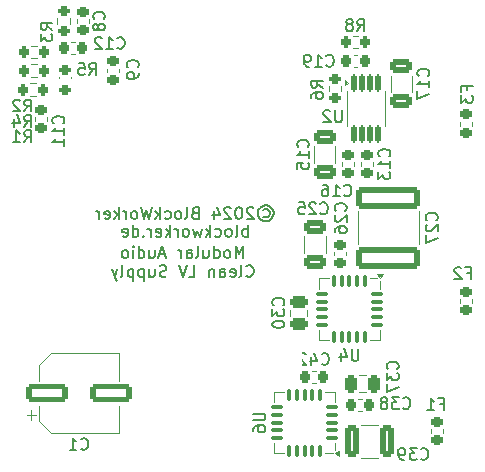
<source format=gbr>
%TF.GenerationSoftware,KiCad,Pcbnew,8.0.3*%
%TF.CreationDate,2024-07-17T18:17:56+02:00*%
%TF.ProjectId,CleanLVSupply,436c6561-6e4c-4565-9375-70706c792e6b,rev?*%
%TF.SameCoordinates,Original*%
%TF.FileFunction,Legend,Bot*%
%TF.FilePolarity,Positive*%
%FSLAX46Y46*%
G04 Gerber Fmt 4.6, Leading zero omitted, Abs format (unit mm)*
G04 Created by KiCad (PCBNEW 8.0.3) date 2024-07-17 18:17:56*
%MOMM*%
%LPD*%
G01*
G04 APERTURE LIST*
G04 Aperture macros list*
%AMRoundRect*
0 Rectangle with rounded corners*
0 $1 Rounding radius*
0 $2 $3 $4 $5 $6 $7 $8 $9 X,Y pos of 4 corners*
0 Add a 4 corners polygon primitive as box body*
4,1,4,$2,$3,$4,$5,$6,$7,$8,$9,$2,$3,0*
0 Add four circle primitives for the rounded corners*
1,1,$1+$1,$2,$3*
1,1,$1+$1,$4,$5*
1,1,$1+$1,$6,$7*
1,1,$1+$1,$8,$9*
0 Add four rect primitives between the rounded corners*
20,1,$1+$1,$2,$3,$4,$5,0*
20,1,$1+$1,$4,$5,$6,$7,0*
20,1,$1+$1,$6,$7,$8,$9,0*
20,1,$1+$1,$8,$9,$2,$3,0*%
G04 Aperture macros list end*
%ADD10C,0.150000*%
%ADD11C,0.120000*%
%ADD12C,0.100000*%
%ADD13C,0.200000*%
%ADD14C,0.000000*%
%ADD15RoundRect,0.218750X0.256250X-0.218750X0.256250X0.218750X-0.256250X0.218750X-0.256250X-0.218750X0*%
%ADD16RoundRect,0.218750X-0.256250X0.218750X-0.256250X-0.218750X0.256250X-0.218750X0.256250X0.218750X0*%
%ADD17R,1.600000X1.600000*%
%ADD18C,1.600000*%
%ADD19RoundRect,0.200000X-0.200000X-0.275000X0.200000X-0.275000X0.200000X0.275000X-0.200000X0.275000X0*%
%ADD20RoundRect,0.200000X-0.275000X0.200000X-0.275000X-0.200000X0.275000X-0.200000X0.275000X0.200000X0*%
%ADD21RoundRect,0.225000X0.250000X-0.225000X0.250000X0.225000X-0.250000X0.225000X-0.250000X-0.225000X0*%
%ADD22RoundRect,0.225000X0.225000X0.250000X-0.225000X0.250000X-0.225000X-0.250000X0.225000X-0.250000X0*%
%ADD23RoundRect,0.200000X0.275000X-0.200000X0.275000X0.200000X-0.275000X0.200000X-0.275000X-0.200000X0*%
%ADD24RoundRect,0.250000X0.650000X-0.325000X0.650000X0.325000X-0.650000X0.325000X-0.650000X-0.325000X0*%
%ADD25RoundRect,0.087500X0.425000X0.087500X-0.425000X0.087500X-0.425000X-0.087500X0.425000X-0.087500X0*%
%ADD26RoundRect,0.087500X0.087500X0.425000X-0.087500X0.425000X-0.087500X-0.425000X0.087500X-0.425000X0*%
%ADD27R,3.150000X3.150000*%
%ADD28RoundRect,0.250000X-0.250000X-0.475000X0.250000X-0.475000X0.250000X0.475000X-0.250000X0.475000X0*%
%ADD29RoundRect,0.125000X-0.125000X0.600000X-0.125000X-0.600000X0.125000X-0.600000X0.125000X0.600000X0*%
%ADD30R,1.890000X1.570000*%
%ADD31RoundRect,0.250000X2.450000X-0.650000X2.450000X0.650000X-2.450000X0.650000X-2.450000X-0.650000X0*%
%ADD32RoundRect,0.200000X0.200000X0.275000X-0.200000X0.275000X-0.200000X-0.275000X0.200000X-0.275000X0*%
%ADD33RoundRect,0.225000X-0.250000X0.225000X-0.250000X-0.225000X0.250000X-0.225000X0.250000X0.225000X0*%
%ADD34RoundRect,0.250000X-1.500000X-0.550000X1.500000X-0.550000X1.500000X0.550000X-1.500000X0.550000X0*%
%ADD35RoundRect,0.225000X-0.225000X-0.250000X0.225000X-0.250000X0.225000X0.250000X-0.225000X0.250000X0*%
%ADD36RoundRect,0.087500X0.087500X-0.425000X0.087500X0.425000X-0.087500X0.425000X-0.087500X-0.425000X0*%
%ADD37RoundRect,0.087500X0.425000X-0.087500X0.425000X0.087500X-0.425000X0.087500X-0.425000X-0.087500X0*%
%ADD38RoundRect,0.250000X-0.325000X-1.100000X0.325000X-1.100000X0.325000X1.100000X-0.325000X1.100000X0*%
%ADD39RoundRect,0.250000X-0.475000X0.250000X-0.475000X-0.250000X0.475000X-0.250000X0.475000X0.250000X0*%
G04 APERTURE END LIST*
D10*
X149819047Y-102149847D02*
X149819047Y-101149847D01*
X149819047Y-101149847D02*
X149485714Y-101864132D01*
X149485714Y-101864132D02*
X149152381Y-101149847D01*
X149152381Y-101149847D02*
X149152381Y-102149847D01*
X148533333Y-102149847D02*
X148628571Y-102102228D01*
X148628571Y-102102228D02*
X148676190Y-102054608D01*
X148676190Y-102054608D02*
X148723809Y-101959370D01*
X148723809Y-101959370D02*
X148723809Y-101673656D01*
X148723809Y-101673656D02*
X148676190Y-101578418D01*
X148676190Y-101578418D02*
X148628571Y-101530799D01*
X148628571Y-101530799D02*
X148533333Y-101483180D01*
X148533333Y-101483180D02*
X148390476Y-101483180D01*
X148390476Y-101483180D02*
X148295238Y-101530799D01*
X148295238Y-101530799D02*
X148247619Y-101578418D01*
X148247619Y-101578418D02*
X148200000Y-101673656D01*
X148200000Y-101673656D02*
X148200000Y-101959370D01*
X148200000Y-101959370D02*
X148247619Y-102054608D01*
X148247619Y-102054608D02*
X148295238Y-102102228D01*
X148295238Y-102102228D02*
X148390476Y-102149847D01*
X148390476Y-102149847D02*
X148533333Y-102149847D01*
X147342857Y-102149847D02*
X147342857Y-101149847D01*
X147342857Y-102102228D02*
X147438095Y-102149847D01*
X147438095Y-102149847D02*
X147628571Y-102149847D01*
X147628571Y-102149847D02*
X147723809Y-102102228D01*
X147723809Y-102102228D02*
X147771428Y-102054608D01*
X147771428Y-102054608D02*
X147819047Y-101959370D01*
X147819047Y-101959370D02*
X147819047Y-101673656D01*
X147819047Y-101673656D02*
X147771428Y-101578418D01*
X147771428Y-101578418D02*
X147723809Y-101530799D01*
X147723809Y-101530799D02*
X147628571Y-101483180D01*
X147628571Y-101483180D02*
X147438095Y-101483180D01*
X147438095Y-101483180D02*
X147342857Y-101530799D01*
X146438095Y-101483180D02*
X146438095Y-102149847D01*
X146866666Y-101483180D02*
X146866666Y-102006989D01*
X146866666Y-102006989D02*
X146819047Y-102102228D01*
X146819047Y-102102228D02*
X146723809Y-102149847D01*
X146723809Y-102149847D02*
X146580952Y-102149847D01*
X146580952Y-102149847D02*
X146485714Y-102102228D01*
X146485714Y-102102228D02*
X146438095Y-102054608D01*
X145819047Y-102149847D02*
X145914285Y-102102228D01*
X145914285Y-102102228D02*
X145961904Y-102006989D01*
X145961904Y-102006989D02*
X145961904Y-101149847D01*
X145009523Y-102149847D02*
X145009523Y-101626037D01*
X145009523Y-101626037D02*
X145057142Y-101530799D01*
X145057142Y-101530799D02*
X145152380Y-101483180D01*
X145152380Y-101483180D02*
X145342856Y-101483180D01*
X145342856Y-101483180D02*
X145438094Y-101530799D01*
X145009523Y-102102228D02*
X145104761Y-102149847D01*
X145104761Y-102149847D02*
X145342856Y-102149847D01*
X145342856Y-102149847D02*
X145438094Y-102102228D01*
X145438094Y-102102228D02*
X145485713Y-102006989D01*
X145485713Y-102006989D02*
X145485713Y-101911751D01*
X145485713Y-101911751D02*
X145438094Y-101816513D01*
X145438094Y-101816513D02*
X145342856Y-101768894D01*
X145342856Y-101768894D02*
X145104761Y-101768894D01*
X145104761Y-101768894D02*
X145009523Y-101721275D01*
X144533332Y-102149847D02*
X144533332Y-101483180D01*
X144533332Y-101673656D02*
X144485713Y-101578418D01*
X144485713Y-101578418D02*
X144438094Y-101530799D01*
X144438094Y-101530799D02*
X144342856Y-101483180D01*
X144342856Y-101483180D02*
X144247618Y-101483180D01*
X143199998Y-101864132D02*
X142723808Y-101864132D01*
X143295236Y-102149847D02*
X142961903Y-101149847D01*
X142961903Y-101149847D02*
X142628570Y-102149847D01*
X141866665Y-101483180D02*
X141866665Y-102149847D01*
X142295236Y-101483180D02*
X142295236Y-102006989D01*
X142295236Y-102006989D02*
X142247617Y-102102228D01*
X142247617Y-102102228D02*
X142152379Y-102149847D01*
X142152379Y-102149847D02*
X142009522Y-102149847D01*
X142009522Y-102149847D02*
X141914284Y-102102228D01*
X141914284Y-102102228D02*
X141866665Y-102054608D01*
X140961903Y-102149847D02*
X140961903Y-101149847D01*
X140961903Y-102102228D02*
X141057141Y-102149847D01*
X141057141Y-102149847D02*
X141247617Y-102149847D01*
X141247617Y-102149847D02*
X141342855Y-102102228D01*
X141342855Y-102102228D02*
X141390474Y-102054608D01*
X141390474Y-102054608D02*
X141438093Y-101959370D01*
X141438093Y-101959370D02*
X141438093Y-101673656D01*
X141438093Y-101673656D02*
X141390474Y-101578418D01*
X141390474Y-101578418D02*
X141342855Y-101530799D01*
X141342855Y-101530799D02*
X141247617Y-101483180D01*
X141247617Y-101483180D02*
X141057141Y-101483180D01*
X141057141Y-101483180D02*
X140961903Y-101530799D01*
X140485712Y-102149847D02*
X140485712Y-101483180D01*
X140485712Y-101149847D02*
X140533331Y-101197466D01*
X140533331Y-101197466D02*
X140485712Y-101245085D01*
X140485712Y-101245085D02*
X140438093Y-101197466D01*
X140438093Y-101197466D02*
X140485712Y-101149847D01*
X140485712Y-101149847D02*
X140485712Y-101245085D01*
X139866665Y-102149847D02*
X139961903Y-102102228D01*
X139961903Y-102102228D02*
X140009522Y-102054608D01*
X140009522Y-102054608D02*
X140057141Y-101959370D01*
X140057141Y-101959370D02*
X140057141Y-101673656D01*
X140057141Y-101673656D02*
X140009522Y-101578418D01*
X140009522Y-101578418D02*
X139961903Y-101530799D01*
X139961903Y-101530799D02*
X139866665Y-101483180D01*
X139866665Y-101483180D02*
X139723808Y-101483180D01*
X139723808Y-101483180D02*
X139628570Y-101530799D01*
X139628570Y-101530799D02*
X139580951Y-101578418D01*
X139580951Y-101578418D02*
X139533332Y-101673656D01*
X139533332Y-101673656D02*
X139533332Y-101959370D01*
X139533332Y-101959370D02*
X139580951Y-102054608D01*
X139580951Y-102054608D02*
X139628570Y-102102228D01*
X139628570Y-102102228D02*
X139723808Y-102149847D01*
X139723808Y-102149847D02*
X139866665Y-102149847D01*
X150057144Y-103664552D02*
X150104763Y-103712172D01*
X150104763Y-103712172D02*
X150247620Y-103759791D01*
X150247620Y-103759791D02*
X150342858Y-103759791D01*
X150342858Y-103759791D02*
X150485715Y-103712172D01*
X150485715Y-103712172D02*
X150580953Y-103616933D01*
X150580953Y-103616933D02*
X150628572Y-103521695D01*
X150628572Y-103521695D02*
X150676191Y-103331219D01*
X150676191Y-103331219D02*
X150676191Y-103188362D01*
X150676191Y-103188362D02*
X150628572Y-102997886D01*
X150628572Y-102997886D02*
X150580953Y-102902648D01*
X150580953Y-102902648D02*
X150485715Y-102807410D01*
X150485715Y-102807410D02*
X150342858Y-102759791D01*
X150342858Y-102759791D02*
X150247620Y-102759791D01*
X150247620Y-102759791D02*
X150104763Y-102807410D01*
X150104763Y-102807410D02*
X150057144Y-102855029D01*
X149485715Y-103759791D02*
X149580953Y-103712172D01*
X149580953Y-103712172D02*
X149628572Y-103616933D01*
X149628572Y-103616933D02*
X149628572Y-102759791D01*
X148723810Y-103712172D02*
X148819048Y-103759791D01*
X148819048Y-103759791D02*
X149009524Y-103759791D01*
X149009524Y-103759791D02*
X149104762Y-103712172D01*
X149104762Y-103712172D02*
X149152381Y-103616933D01*
X149152381Y-103616933D02*
X149152381Y-103235981D01*
X149152381Y-103235981D02*
X149104762Y-103140743D01*
X149104762Y-103140743D02*
X149009524Y-103093124D01*
X149009524Y-103093124D02*
X148819048Y-103093124D01*
X148819048Y-103093124D02*
X148723810Y-103140743D01*
X148723810Y-103140743D02*
X148676191Y-103235981D01*
X148676191Y-103235981D02*
X148676191Y-103331219D01*
X148676191Y-103331219D02*
X149152381Y-103426457D01*
X147819048Y-103759791D02*
X147819048Y-103235981D01*
X147819048Y-103235981D02*
X147866667Y-103140743D01*
X147866667Y-103140743D02*
X147961905Y-103093124D01*
X147961905Y-103093124D02*
X148152381Y-103093124D01*
X148152381Y-103093124D02*
X148247619Y-103140743D01*
X147819048Y-103712172D02*
X147914286Y-103759791D01*
X147914286Y-103759791D02*
X148152381Y-103759791D01*
X148152381Y-103759791D02*
X148247619Y-103712172D01*
X148247619Y-103712172D02*
X148295238Y-103616933D01*
X148295238Y-103616933D02*
X148295238Y-103521695D01*
X148295238Y-103521695D02*
X148247619Y-103426457D01*
X148247619Y-103426457D02*
X148152381Y-103378838D01*
X148152381Y-103378838D02*
X147914286Y-103378838D01*
X147914286Y-103378838D02*
X147819048Y-103331219D01*
X147342857Y-103093124D02*
X147342857Y-103759791D01*
X147342857Y-103188362D02*
X147295238Y-103140743D01*
X147295238Y-103140743D02*
X147200000Y-103093124D01*
X147200000Y-103093124D02*
X147057143Y-103093124D01*
X147057143Y-103093124D02*
X146961905Y-103140743D01*
X146961905Y-103140743D02*
X146914286Y-103235981D01*
X146914286Y-103235981D02*
X146914286Y-103759791D01*
X145200000Y-103759791D02*
X145676190Y-103759791D01*
X145676190Y-103759791D02*
X145676190Y-102759791D01*
X145009523Y-102759791D02*
X144676190Y-103759791D01*
X144676190Y-103759791D02*
X144342857Y-102759791D01*
X143295237Y-103712172D02*
X143152380Y-103759791D01*
X143152380Y-103759791D02*
X142914285Y-103759791D01*
X142914285Y-103759791D02*
X142819047Y-103712172D01*
X142819047Y-103712172D02*
X142771428Y-103664552D01*
X142771428Y-103664552D02*
X142723809Y-103569314D01*
X142723809Y-103569314D02*
X142723809Y-103474076D01*
X142723809Y-103474076D02*
X142771428Y-103378838D01*
X142771428Y-103378838D02*
X142819047Y-103331219D01*
X142819047Y-103331219D02*
X142914285Y-103283600D01*
X142914285Y-103283600D02*
X143104761Y-103235981D01*
X143104761Y-103235981D02*
X143199999Y-103188362D01*
X143199999Y-103188362D02*
X143247618Y-103140743D01*
X143247618Y-103140743D02*
X143295237Y-103045505D01*
X143295237Y-103045505D02*
X143295237Y-102950267D01*
X143295237Y-102950267D02*
X143247618Y-102855029D01*
X143247618Y-102855029D02*
X143199999Y-102807410D01*
X143199999Y-102807410D02*
X143104761Y-102759791D01*
X143104761Y-102759791D02*
X142866666Y-102759791D01*
X142866666Y-102759791D02*
X142723809Y-102807410D01*
X141866666Y-103093124D02*
X141866666Y-103759791D01*
X142295237Y-103093124D02*
X142295237Y-103616933D01*
X142295237Y-103616933D02*
X142247618Y-103712172D01*
X142247618Y-103712172D02*
X142152380Y-103759791D01*
X142152380Y-103759791D02*
X142009523Y-103759791D01*
X142009523Y-103759791D02*
X141914285Y-103712172D01*
X141914285Y-103712172D02*
X141866666Y-103664552D01*
X141390475Y-103093124D02*
X141390475Y-104093124D01*
X141390475Y-103140743D02*
X141295237Y-103093124D01*
X141295237Y-103093124D02*
X141104761Y-103093124D01*
X141104761Y-103093124D02*
X141009523Y-103140743D01*
X141009523Y-103140743D02*
X140961904Y-103188362D01*
X140961904Y-103188362D02*
X140914285Y-103283600D01*
X140914285Y-103283600D02*
X140914285Y-103569314D01*
X140914285Y-103569314D02*
X140961904Y-103664552D01*
X140961904Y-103664552D02*
X141009523Y-103712172D01*
X141009523Y-103712172D02*
X141104761Y-103759791D01*
X141104761Y-103759791D02*
X141295237Y-103759791D01*
X141295237Y-103759791D02*
X141390475Y-103712172D01*
X140485713Y-103093124D02*
X140485713Y-104093124D01*
X140485713Y-103140743D02*
X140390475Y-103093124D01*
X140390475Y-103093124D02*
X140199999Y-103093124D01*
X140199999Y-103093124D02*
X140104761Y-103140743D01*
X140104761Y-103140743D02*
X140057142Y-103188362D01*
X140057142Y-103188362D02*
X140009523Y-103283600D01*
X140009523Y-103283600D02*
X140009523Y-103569314D01*
X140009523Y-103569314D02*
X140057142Y-103664552D01*
X140057142Y-103664552D02*
X140104761Y-103712172D01*
X140104761Y-103712172D02*
X140199999Y-103759791D01*
X140199999Y-103759791D02*
X140390475Y-103759791D01*
X140390475Y-103759791D02*
X140485713Y-103712172D01*
X139438094Y-103759791D02*
X139533332Y-103712172D01*
X139533332Y-103712172D02*
X139580951Y-103616933D01*
X139580951Y-103616933D02*
X139580951Y-102759791D01*
X139152379Y-103093124D02*
X138914284Y-103759791D01*
X138676189Y-103093124D02*
X138914284Y-103759791D01*
X138914284Y-103759791D02*
X139009522Y-103997886D01*
X139009522Y-103997886D02*
X139057141Y-104045505D01*
X139057141Y-104045505D02*
X139152379Y-104093124D01*
X168731009Y-87966666D02*
X168731009Y-87633333D01*
X169254819Y-87633333D02*
X168254819Y-87633333D01*
X168254819Y-87633333D02*
X168254819Y-88109523D01*
X168254819Y-88395238D02*
X168254819Y-89014285D01*
X168254819Y-89014285D02*
X168635771Y-88680952D01*
X168635771Y-88680952D02*
X168635771Y-88823809D01*
X168635771Y-88823809D02*
X168683390Y-88919047D01*
X168683390Y-88919047D02*
X168731009Y-88966666D01*
X168731009Y-88966666D02*
X168826247Y-89014285D01*
X168826247Y-89014285D02*
X169064342Y-89014285D01*
X169064342Y-89014285D02*
X169159580Y-88966666D01*
X169159580Y-88966666D02*
X169207200Y-88919047D01*
X169207200Y-88919047D02*
X169254819Y-88823809D01*
X169254819Y-88823809D02*
X169254819Y-88538095D01*
X169254819Y-88538095D02*
X169207200Y-88442857D01*
X169207200Y-88442857D02*
X169159580Y-88395238D01*
X168733333Y-103431009D02*
X169066666Y-103431009D01*
X169066666Y-103954819D02*
X169066666Y-102954819D01*
X169066666Y-102954819D02*
X168590476Y-102954819D01*
X168257142Y-103050057D02*
X168209523Y-103002438D01*
X168209523Y-103002438D02*
X168114285Y-102954819D01*
X168114285Y-102954819D02*
X167876190Y-102954819D01*
X167876190Y-102954819D02*
X167780952Y-103002438D01*
X167780952Y-103002438D02*
X167733333Y-103050057D01*
X167733333Y-103050057D02*
X167685714Y-103145295D01*
X167685714Y-103145295D02*
X167685714Y-103240533D01*
X167685714Y-103240533D02*
X167733333Y-103383390D01*
X167733333Y-103383390D02*
X168304761Y-103954819D01*
X168304761Y-103954819D02*
X167685714Y-103954819D01*
X166433333Y-114531009D02*
X166766666Y-114531009D01*
X166766666Y-115054819D02*
X166766666Y-114054819D01*
X166766666Y-114054819D02*
X166290476Y-114054819D01*
X165385714Y-115054819D02*
X165957142Y-115054819D01*
X165671428Y-115054819D02*
X165671428Y-114054819D01*
X165671428Y-114054819D02*
X165766666Y-114197676D01*
X165766666Y-114197676D02*
X165861904Y-114292914D01*
X165861904Y-114292914D02*
X165957142Y-114340533D01*
X131266666Y-92354819D02*
X131599999Y-91878628D01*
X131838094Y-92354819D02*
X131838094Y-91354819D01*
X131838094Y-91354819D02*
X131457142Y-91354819D01*
X131457142Y-91354819D02*
X131361904Y-91402438D01*
X131361904Y-91402438D02*
X131314285Y-91450057D01*
X131314285Y-91450057D02*
X131266666Y-91545295D01*
X131266666Y-91545295D02*
X131266666Y-91688152D01*
X131266666Y-91688152D02*
X131314285Y-91783390D01*
X131314285Y-91783390D02*
X131361904Y-91831009D01*
X131361904Y-91831009D02*
X131457142Y-91878628D01*
X131457142Y-91878628D02*
X131838094Y-91878628D01*
X130314285Y-92354819D02*
X130885713Y-92354819D01*
X130599999Y-92354819D02*
X130599999Y-91354819D01*
X130599999Y-91354819D02*
X130695237Y-91497676D01*
X130695237Y-91497676D02*
X130790475Y-91592914D01*
X130790475Y-91592914D02*
X130885713Y-91640533D01*
X136766666Y-86654819D02*
X137099999Y-86178628D01*
X137338094Y-86654819D02*
X137338094Y-85654819D01*
X137338094Y-85654819D02*
X136957142Y-85654819D01*
X136957142Y-85654819D02*
X136861904Y-85702438D01*
X136861904Y-85702438D02*
X136814285Y-85750057D01*
X136814285Y-85750057D02*
X136766666Y-85845295D01*
X136766666Y-85845295D02*
X136766666Y-85988152D01*
X136766666Y-85988152D02*
X136814285Y-86083390D01*
X136814285Y-86083390D02*
X136861904Y-86131009D01*
X136861904Y-86131009D02*
X136957142Y-86178628D01*
X136957142Y-86178628D02*
X137338094Y-86178628D01*
X135861904Y-85654819D02*
X136338094Y-85654819D01*
X136338094Y-85654819D02*
X136385713Y-86131009D01*
X136385713Y-86131009D02*
X136338094Y-86083390D01*
X136338094Y-86083390D02*
X136242856Y-86035771D01*
X136242856Y-86035771D02*
X136004761Y-86035771D01*
X136004761Y-86035771D02*
X135909523Y-86083390D01*
X135909523Y-86083390D02*
X135861904Y-86131009D01*
X135861904Y-86131009D02*
X135814285Y-86226247D01*
X135814285Y-86226247D02*
X135814285Y-86464342D01*
X135814285Y-86464342D02*
X135861904Y-86559580D01*
X135861904Y-86559580D02*
X135909523Y-86607200D01*
X135909523Y-86607200D02*
X136004761Y-86654819D01*
X136004761Y-86654819D02*
X136242856Y-86654819D01*
X136242856Y-86654819D02*
X136338094Y-86607200D01*
X136338094Y-86607200D02*
X136385713Y-86559580D01*
X134559580Y-90757142D02*
X134607200Y-90709523D01*
X134607200Y-90709523D02*
X134654819Y-90566666D01*
X134654819Y-90566666D02*
X134654819Y-90471428D01*
X134654819Y-90471428D02*
X134607200Y-90328571D01*
X134607200Y-90328571D02*
X134511961Y-90233333D01*
X134511961Y-90233333D02*
X134416723Y-90185714D01*
X134416723Y-90185714D02*
X134226247Y-90138095D01*
X134226247Y-90138095D02*
X134083390Y-90138095D01*
X134083390Y-90138095D02*
X133892914Y-90185714D01*
X133892914Y-90185714D02*
X133797676Y-90233333D01*
X133797676Y-90233333D02*
X133702438Y-90328571D01*
X133702438Y-90328571D02*
X133654819Y-90471428D01*
X133654819Y-90471428D02*
X133654819Y-90566666D01*
X133654819Y-90566666D02*
X133702438Y-90709523D01*
X133702438Y-90709523D02*
X133750057Y-90757142D01*
X134654819Y-91709523D02*
X134654819Y-91138095D01*
X134654819Y-91423809D02*
X133654819Y-91423809D01*
X133654819Y-91423809D02*
X133797676Y-91328571D01*
X133797676Y-91328571D02*
X133892914Y-91233333D01*
X133892914Y-91233333D02*
X133940533Y-91138095D01*
X134654819Y-92661904D02*
X134654819Y-92090476D01*
X134654819Y-92376190D02*
X133654819Y-92376190D01*
X133654819Y-92376190D02*
X133797676Y-92280952D01*
X133797676Y-92280952D02*
X133892914Y-92185714D01*
X133892914Y-92185714D02*
X133940533Y-92090476D01*
X156442857Y-111129580D02*
X156490476Y-111177200D01*
X156490476Y-111177200D02*
X156633333Y-111224819D01*
X156633333Y-111224819D02*
X156728571Y-111224819D01*
X156728571Y-111224819D02*
X156871428Y-111177200D01*
X156871428Y-111177200D02*
X156966666Y-111081961D01*
X156966666Y-111081961D02*
X157014285Y-110986723D01*
X157014285Y-110986723D02*
X157061904Y-110796247D01*
X157061904Y-110796247D02*
X157061904Y-110653390D01*
X157061904Y-110653390D02*
X157014285Y-110462914D01*
X157014285Y-110462914D02*
X156966666Y-110367676D01*
X156966666Y-110367676D02*
X156871428Y-110272438D01*
X156871428Y-110272438D02*
X156728571Y-110224819D01*
X156728571Y-110224819D02*
X156633333Y-110224819D01*
X156633333Y-110224819D02*
X156490476Y-110272438D01*
X156490476Y-110272438D02*
X156442857Y-110320057D01*
X155585714Y-110558152D02*
X155585714Y-111224819D01*
X155823809Y-110177200D02*
X156061904Y-110891485D01*
X156061904Y-110891485D02*
X155442857Y-110891485D01*
X155109523Y-110320057D02*
X155061904Y-110272438D01*
X155061904Y-110272438D02*
X154966666Y-110224819D01*
X154966666Y-110224819D02*
X154728571Y-110224819D01*
X154728571Y-110224819D02*
X154633333Y-110272438D01*
X154633333Y-110272438D02*
X154585714Y-110320057D01*
X154585714Y-110320057D02*
X154538095Y-110415295D01*
X154538095Y-110415295D02*
X154538095Y-110510533D01*
X154538095Y-110510533D02*
X154585714Y-110653390D01*
X154585714Y-110653390D02*
X155157142Y-111224819D01*
X155157142Y-111224819D02*
X154538095Y-111224819D01*
X156554819Y-87733333D02*
X156078628Y-87400000D01*
X156554819Y-87161905D02*
X155554819Y-87161905D01*
X155554819Y-87161905D02*
X155554819Y-87542857D01*
X155554819Y-87542857D02*
X155602438Y-87638095D01*
X155602438Y-87638095D02*
X155650057Y-87685714D01*
X155650057Y-87685714D02*
X155745295Y-87733333D01*
X155745295Y-87733333D02*
X155888152Y-87733333D01*
X155888152Y-87733333D02*
X155983390Y-87685714D01*
X155983390Y-87685714D02*
X156031009Y-87638095D01*
X156031009Y-87638095D02*
X156078628Y-87542857D01*
X156078628Y-87542857D02*
X156078628Y-87161905D01*
X155554819Y-88590476D02*
X155554819Y-88400000D01*
X155554819Y-88400000D02*
X155602438Y-88304762D01*
X155602438Y-88304762D02*
X155650057Y-88257143D01*
X155650057Y-88257143D02*
X155792914Y-88161905D01*
X155792914Y-88161905D02*
X155983390Y-88114286D01*
X155983390Y-88114286D02*
X156364342Y-88114286D01*
X156364342Y-88114286D02*
X156459580Y-88161905D01*
X156459580Y-88161905D02*
X156507200Y-88209524D01*
X156507200Y-88209524D02*
X156554819Y-88304762D01*
X156554819Y-88304762D02*
X156554819Y-88495238D01*
X156554819Y-88495238D02*
X156507200Y-88590476D01*
X156507200Y-88590476D02*
X156459580Y-88638095D01*
X156459580Y-88638095D02*
X156364342Y-88685714D01*
X156364342Y-88685714D02*
X156126247Y-88685714D01*
X156126247Y-88685714D02*
X156031009Y-88638095D01*
X156031009Y-88638095D02*
X155983390Y-88590476D01*
X155983390Y-88590476D02*
X155935771Y-88495238D01*
X155935771Y-88495238D02*
X155935771Y-88304762D01*
X155935771Y-88304762D02*
X155983390Y-88209524D01*
X155983390Y-88209524D02*
X156031009Y-88161905D01*
X156031009Y-88161905D02*
X156126247Y-88114286D01*
X155259580Y-92757142D02*
X155307200Y-92709523D01*
X155307200Y-92709523D02*
X155354819Y-92566666D01*
X155354819Y-92566666D02*
X155354819Y-92471428D01*
X155354819Y-92471428D02*
X155307200Y-92328571D01*
X155307200Y-92328571D02*
X155211961Y-92233333D01*
X155211961Y-92233333D02*
X155116723Y-92185714D01*
X155116723Y-92185714D02*
X154926247Y-92138095D01*
X154926247Y-92138095D02*
X154783390Y-92138095D01*
X154783390Y-92138095D02*
X154592914Y-92185714D01*
X154592914Y-92185714D02*
X154497676Y-92233333D01*
X154497676Y-92233333D02*
X154402438Y-92328571D01*
X154402438Y-92328571D02*
X154354819Y-92471428D01*
X154354819Y-92471428D02*
X154354819Y-92566666D01*
X154354819Y-92566666D02*
X154402438Y-92709523D01*
X154402438Y-92709523D02*
X154450057Y-92757142D01*
X155354819Y-93709523D02*
X155354819Y-93138095D01*
X155354819Y-93423809D02*
X154354819Y-93423809D01*
X154354819Y-93423809D02*
X154497676Y-93328571D01*
X154497676Y-93328571D02*
X154592914Y-93233333D01*
X154592914Y-93233333D02*
X154640533Y-93138095D01*
X154354819Y-94614285D02*
X154354819Y-94138095D01*
X154354819Y-94138095D02*
X154831009Y-94090476D01*
X154831009Y-94090476D02*
X154783390Y-94138095D01*
X154783390Y-94138095D02*
X154735771Y-94233333D01*
X154735771Y-94233333D02*
X154735771Y-94471428D01*
X154735771Y-94471428D02*
X154783390Y-94566666D01*
X154783390Y-94566666D02*
X154831009Y-94614285D01*
X154831009Y-94614285D02*
X154926247Y-94661904D01*
X154926247Y-94661904D02*
X155164342Y-94661904D01*
X155164342Y-94661904D02*
X155259580Y-94614285D01*
X155259580Y-94614285D02*
X155307200Y-94566666D01*
X155307200Y-94566666D02*
X155354819Y-94471428D01*
X155354819Y-94471428D02*
X155354819Y-94233333D01*
X155354819Y-94233333D02*
X155307200Y-94138095D01*
X155307200Y-94138095D02*
X155259580Y-94090476D01*
X159561904Y-109854819D02*
X159561904Y-110664342D01*
X159561904Y-110664342D02*
X159514285Y-110759580D01*
X159514285Y-110759580D02*
X159466666Y-110807200D01*
X159466666Y-110807200D02*
X159371428Y-110854819D01*
X159371428Y-110854819D02*
X159180952Y-110854819D01*
X159180952Y-110854819D02*
X159085714Y-110807200D01*
X159085714Y-110807200D02*
X159038095Y-110759580D01*
X159038095Y-110759580D02*
X158990476Y-110664342D01*
X158990476Y-110664342D02*
X158990476Y-109854819D01*
X158085714Y-110188152D02*
X158085714Y-110854819D01*
X158323809Y-109807200D02*
X158561904Y-110521485D01*
X158561904Y-110521485D02*
X157942857Y-110521485D01*
X162859580Y-111557142D02*
X162907200Y-111509523D01*
X162907200Y-111509523D02*
X162954819Y-111366666D01*
X162954819Y-111366666D02*
X162954819Y-111271428D01*
X162954819Y-111271428D02*
X162907200Y-111128571D01*
X162907200Y-111128571D02*
X162811961Y-111033333D01*
X162811961Y-111033333D02*
X162716723Y-110985714D01*
X162716723Y-110985714D02*
X162526247Y-110938095D01*
X162526247Y-110938095D02*
X162383390Y-110938095D01*
X162383390Y-110938095D02*
X162192914Y-110985714D01*
X162192914Y-110985714D02*
X162097676Y-111033333D01*
X162097676Y-111033333D02*
X162002438Y-111128571D01*
X162002438Y-111128571D02*
X161954819Y-111271428D01*
X161954819Y-111271428D02*
X161954819Y-111366666D01*
X161954819Y-111366666D02*
X162002438Y-111509523D01*
X162002438Y-111509523D02*
X162050057Y-111557142D01*
X161954819Y-111890476D02*
X161954819Y-112509523D01*
X161954819Y-112509523D02*
X162335771Y-112176190D01*
X162335771Y-112176190D02*
X162335771Y-112319047D01*
X162335771Y-112319047D02*
X162383390Y-112414285D01*
X162383390Y-112414285D02*
X162431009Y-112461904D01*
X162431009Y-112461904D02*
X162526247Y-112509523D01*
X162526247Y-112509523D02*
X162764342Y-112509523D01*
X162764342Y-112509523D02*
X162859580Y-112461904D01*
X162859580Y-112461904D02*
X162907200Y-112414285D01*
X162907200Y-112414285D02*
X162954819Y-112319047D01*
X162954819Y-112319047D02*
X162954819Y-112033333D01*
X162954819Y-112033333D02*
X162907200Y-111938095D01*
X162907200Y-111938095D02*
X162859580Y-111890476D01*
X161954819Y-112842857D02*
X161954819Y-113509523D01*
X161954819Y-113509523D02*
X162954819Y-113080952D01*
X158161904Y-89654819D02*
X158161904Y-90464342D01*
X158161904Y-90464342D02*
X158114285Y-90559580D01*
X158114285Y-90559580D02*
X158066666Y-90607200D01*
X158066666Y-90607200D02*
X157971428Y-90654819D01*
X157971428Y-90654819D02*
X157780952Y-90654819D01*
X157780952Y-90654819D02*
X157685714Y-90607200D01*
X157685714Y-90607200D02*
X157638095Y-90559580D01*
X157638095Y-90559580D02*
X157590476Y-90464342D01*
X157590476Y-90464342D02*
X157590476Y-89654819D01*
X157161904Y-89750057D02*
X157114285Y-89702438D01*
X157114285Y-89702438D02*
X157019047Y-89654819D01*
X157019047Y-89654819D02*
X156780952Y-89654819D01*
X156780952Y-89654819D02*
X156685714Y-89702438D01*
X156685714Y-89702438D02*
X156638095Y-89750057D01*
X156638095Y-89750057D02*
X156590476Y-89845295D01*
X156590476Y-89845295D02*
X156590476Y-89940533D01*
X156590476Y-89940533D02*
X156638095Y-90083390D01*
X156638095Y-90083390D02*
X157209523Y-90654819D01*
X157209523Y-90654819D02*
X156590476Y-90654819D01*
X158459580Y-98157142D02*
X158507200Y-98109523D01*
X158507200Y-98109523D02*
X158554819Y-97966666D01*
X158554819Y-97966666D02*
X158554819Y-97871428D01*
X158554819Y-97871428D02*
X158507200Y-97728571D01*
X158507200Y-97728571D02*
X158411961Y-97633333D01*
X158411961Y-97633333D02*
X158316723Y-97585714D01*
X158316723Y-97585714D02*
X158126247Y-97538095D01*
X158126247Y-97538095D02*
X157983390Y-97538095D01*
X157983390Y-97538095D02*
X157792914Y-97585714D01*
X157792914Y-97585714D02*
X157697676Y-97633333D01*
X157697676Y-97633333D02*
X157602438Y-97728571D01*
X157602438Y-97728571D02*
X157554819Y-97871428D01*
X157554819Y-97871428D02*
X157554819Y-97966666D01*
X157554819Y-97966666D02*
X157602438Y-98109523D01*
X157602438Y-98109523D02*
X157650057Y-98157142D01*
X157650057Y-98538095D02*
X157602438Y-98585714D01*
X157602438Y-98585714D02*
X157554819Y-98680952D01*
X157554819Y-98680952D02*
X157554819Y-98919047D01*
X157554819Y-98919047D02*
X157602438Y-99014285D01*
X157602438Y-99014285D02*
X157650057Y-99061904D01*
X157650057Y-99061904D02*
X157745295Y-99109523D01*
X157745295Y-99109523D02*
X157840533Y-99109523D01*
X157840533Y-99109523D02*
X157983390Y-99061904D01*
X157983390Y-99061904D02*
X158554819Y-98490476D01*
X158554819Y-98490476D02*
X158554819Y-99109523D01*
X157554819Y-99966666D02*
X157554819Y-99776190D01*
X157554819Y-99776190D02*
X157602438Y-99680952D01*
X157602438Y-99680952D02*
X157650057Y-99633333D01*
X157650057Y-99633333D02*
X157792914Y-99538095D01*
X157792914Y-99538095D02*
X157983390Y-99490476D01*
X157983390Y-99490476D02*
X158364342Y-99490476D01*
X158364342Y-99490476D02*
X158459580Y-99538095D01*
X158459580Y-99538095D02*
X158507200Y-99585714D01*
X158507200Y-99585714D02*
X158554819Y-99680952D01*
X158554819Y-99680952D02*
X158554819Y-99871428D01*
X158554819Y-99871428D02*
X158507200Y-99966666D01*
X158507200Y-99966666D02*
X158459580Y-100014285D01*
X158459580Y-100014285D02*
X158364342Y-100061904D01*
X158364342Y-100061904D02*
X158126247Y-100061904D01*
X158126247Y-100061904D02*
X158031009Y-100014285D01*
X158031009Y-100014285D02*
X157983390Y-99966666D01*
X157983390Y-99966666D02*
X157935771Y-99871428D01*
X157935771Y-99871428D02*
X157935771Y-99680952D01*
X157935771Y-99680952D02*
X157983390Y-99585714D01*
X157983390Y-99585714D02*
X158031009Y-99538095D01*
X158031009Y-99538095D02*
X158126247Y-99490476D01*
X131266666Y-89754819D02*
X131599999Y-89278628D01*
X131838094Y-89754819D02*
X131838094Y-88754819D01*
X131838094Y-88754819D02*
X131457142Y-88754819D01*
X131457142Y-88754819D02*
X131361904Y-88802438D01*
X131361904Y-88802438D02*
X131314285Y-88850057D01*
X131314285Y-88850057D02*
X131266666Y-88945295D01*
X131266666Y-88945295D02*
X131266666Y-89088152D01*
X131266666Y-89088152D02*
X131314285Y-89183390D01*
X131314285Y-89183390D02*
X131361904Y-89231009D01*
X131361904Y-89231009D02*
X131457142Y-89278628D01*
X131457142Y-89278628D02*
X131838094Y-89278628D01*
X130885713Y-88850057D02*
X130838094Y-88802438D01*
X130838094Y-88802438D02*
X130742856Y-88754819D01*
X130742856Y-88754819D02*
X130504761Y-88754819D01*
X130504761Y-88754819D02*
X130409523Y-88802438D01*
X130409523Y-88802438D02*
X130361904Y-88850057D01*
X130361904Y-88850057D02*
X130314285Y-88945295D01*
X130314285Y-88945295D02*
X130314285Y-89040533D01*
X130314285Y-89040533D02*
X130361904Y-89183390D01*
X130361904Y-89183390D02*
X130933332Y-89754819D01*
X130933332Y-89754819D02*
X130314285Y-89754819D01*
X166159580Y-98957142D02*
X166207200Y-98909523D01*
X166207200Y-98909523D02*
X166254819Y-98766666D01*
X166254819Y-98766666D02*
X166254819Y-98671428D01*
X166254819Y-98671428D02*
X166207200Y-98528571D01*
X166207200Y-98528571D02*
X166111961Y-98433333D01*
X166111961Y-98433333D02*
X166016723Y-98385714D01*
X166016723Y-98385714D02*
X165826247Y-98338095D01*
X165826247Y-98338095D02*
X165683390Y-98338095D01*
X165683390Y-98338095D02*
X165492914Y-98385714D01*
X165492914Y-98385714D02*
X165397676Y-98433333D01*
X165397676Y-98433333D02*
X165302438Y-98528571D01*
X165302438Y-98528571D02*
X165254819Y-98671428D01*
X165254819Y-98671428D02*
X165254819Y-98766666D01*
X165254819Y-98766666D02*
X165302438Y-98909523D01*
X165302438Y-98909523D02*
X165350057Y-98957142D01*
X165350057Y-99338095D02*
X165302438Y-99385714D01*
X165302438Y-99385714D02*
X165254819Y-99480952D01*
X165254819Y-99480952D02*
X165254819Y-99719047D01*
X165254819Y-99719047D02*
X165302438Y-99814285D01*
X165302438Y-99814285D02*
X165350057Y-99861904D01*
X165350057Y-99861904D02*
X165445295Y-99909523D01*
X165445295Y-99909523D02*
X165540533Y-99909523D01*
X165540533Y-99909523D02*
X165683390Y-99861904D01*
X165683390Y-99861904D02*
X166254819Y-99290476D01*
X166254819Y-99290476D02*
X166254819Y-99909523D01*
X165254819Y-100242857D02*
X165254819Y-100909523D01*
X165254819Y-100909523D02*
X166254819Y-100480952D01*
X131266666Y-91054819D02*
X131599999Y-90578628D01*
X131838094Y-91054819D02*
X131838094Y-90054819D01*
X131838094Y-90054819D02*
X131457142Y-90054819D01*
X131457142Y-90054819D02*
X131361904Y-90102438D01*
X131361904Y-90102438D02*
X131314285Y-90150057D01*
X131314285Y-90150057D02*
X131266666Y-90245295D01*
X131266666Y-90245295D02*
X131266666Y-90388152D01*
X131266666Y-90388152D02*
X131314285Y-90483390D01*
X131314285Y-90483390D02*
X131361904Y-90531009D01*
X131361904Y-90531009D02*
X131457142Y-90578628D01*
X131457142Y-90578628D02*
X131838094Y-90578628D01*
X130409523Y-90388152D02*
X130409523Y-91054819D01*
X130647618Y-90007200D02*
X130885713Y-90721485D01*
X130885713Y-90721485D02*
X130266666Y-90721485D01*
X133654819Y-82833333D02*
X133178628Y-82500000D01*
X133654819Y-82261905D02*
X132654819Y-82261905D01*
X132654819Y-82261905D02*
X132654819Y-82642857D01*
X132654819Y-82642857D02*
X132702438Y-82738095D01*
X132702438Y-82738095D02*
X132750057Y-82785714D01*
X132750057Y-82785714D02*
X132845295Y-82833333D01*
X132845295Y-82833333D02*
X132988152Y-82833333D01*
X132988152Y-82833333D02*
X133083390Y-82785714D01*
X133083390Y-82785714D02*
X133131009Y-82738095D01*
X133131009Y-82738095D02*
X133178628Y-82642857D01*
X133178628Y-82642857D02*
X133178628Y-82261905D01*
X132654819Y-83166667D02*
X132654819Y-83785714D01*
X132654819Y-83785714D02*
X133035771Y-83452381D01*
X133035771Y-83452381D02*
X133035771Y-83595238D01*
X133035771Y-83595238D02*
X133083390Y-83690476D01*
X133083390Y-83690476D02*
X133131009Y-83738095D01*
X133131009Y-83738095D02*
X133226247Y-83785714D01*
X133226247Y-83785714D02*
X133464342Y-83785714D01*
X133464342Y-83785714D02*
X133559580Y-83738095D01*
X133559580Y-83738095D02*
X133607200Y-83690476D01*
X133607200Y-83690476D02*
X133654819Y-83595238D01*
X133654819Y-83595238D02*
X133654819Y-83309524D01*
X133654819Y-83309524D02*
X133607200Y-83214286D01*
X133607200Y-83214286D02*
X133559580Y-83166667D01*
X151519048Y-98092914D02*
X151614287Y-98045295D01*
X151614287Y-98045295D02*
X151804763Y-98045295D01*
X151804763Y-98045295D02*
X151900001Y-98092914D01*
X151900001Y-98092914D02*
X151995239Y-98188152D01*
X151995239Y-98188152D02*
X152042858Y-98283390D01*
X152042858Y-98283390D02*
X152042858Y-98473866D01*
X152042858Y-98473866D02*
X151995239Y-98569104D01*
X151995239Y-98569104D02*
X151900001Y-98664342D01*
X151900001Y-98664342D02*
X151804763Y-98711961D01*
X151804763Y-98711961D02*
X151614287Y-98711961D01*
X151614287Y-98711961D02*
X151519048Y-98664342D01*
X151709525Y-97711961D02*
X151947620Y-97759580D01*
X151947620Y-97759580D02*
X152185715Y-97902438D01*
X152185715Y-97902438D02*
X152328572Y-98140533D01*
X152328572Y-98140533D02*
X152376191Y-98378628D01*
X152376191Y-98378628D02*
X152328572Y-98616723D01*
X152328572Y-98616723D02*
X152185715Y-98854819D01*
X152185715Y-98854819D02*
X151947620Y-98997676D01*
X151947620Y-98997676D02*
X151709525Y-99045295D01*
X151709525Y-99045295D02*
X151471429Y-98997676D01*
X151471429Y-98997676D02*
X151233334Y-98854819D01*
X151233334Y-98854819D02*
X151090477Y-98616723D01*
X151090477Y-98616723D02*
X151042858Y-98378628D01*
X151042858Y-98378628D02*
X151090477Y-98140533D01*
X151090477Y-98140533D02*
X151233334Y-97902438D01*
X151233334Y-97902438D02*
X151471429Y-97759580D01*
X151471429Y-97759580D02*
X151709525Y-97711961D01*
X150661905Y-97950057D02*
X150614286Y-97902438D01*
X150614286Y-97902438D02*
X150519048Y-97854819D01*
X150519048Y-97854819D02*
X150280953Y-97854819D01*
X150280953Y-97854819D02*
X150185715Y-97902438D01*
X150185715Y-97902438D02*
X150138096Y-97950057D01*
X150138096Y-97950057D02*
X150090477Y-98045295D01*
X150090477Y-98045295D02*
X150090477Y-98140533D01*
X150090477Y-98140533D02*
X150138096Y-98283390D01*
X150138096Y-98283390D02*
X150709524Y-98854819D01*
X150709524Y-98854819D02*
X150090477Y-98854819D01*
X149471429Y-97854819D02*
X149376191Y-97854819D01*
X149376191Y-97854819D02*
X149280953Y-97902438D01*
X149280953Y-97902438D02*
X149233334Y-97950057D01*
X149233334Y-97950057D02*
X149185715Y-98045295D01*
X149185715Y-98045295D02*
X149138096Y-98235771D01*
X149138096Y-98235771D02*
X149138096Y-98473866D01*
X149138096Y-98473866D02*
X149185715Y-98664342D01*
X149185715Y-98664342D02*
X149233334Y-98759580D01*
X149233334Y-98759580D02*
X149280953Y-98807200D01*
X149280953Y-98807200D02*
X149376191Y-98854819D01*
X149376191Y-98854819D02*
X149471429Y-98854819D01*
X149471429Y-98854819D02*
X149566667Y-98807200D01*
X149566667Y-98807200D02*
X149614286Y-98759580D01*
X149614286Y-98759580D02*
X149661905Y-98664342D01*
X149661905Y-98664342D02*
X149709524Y-98473866D01*
X149709524Y-98473866D02*
X149709524Y-98235771D01*
X149709524Y-98235771D02*
X149661905Y-98045295D01*
X149661905Y-98045295D02*
X149614286Y-97950057D01*
X149614286Y-97950057D02*
X149566667Y-97902438D01*
X149566667Y-97902438D02*
X149471429Y-97854819D01*
X148757143Y-97950057D02*
X148709524Y-97902438D01*
X148709524Y-97902438D02*
X148614286Y-97854819D01*
X148614286Y-97854819D02*
X148376191Y-97854819D01*
X148376191Y-97854819D02*
X148280953Y-97902438D01*
X148280953Y-97902438D02*
X148233334Y-97950057D01*
X148233334Y-97950057D02*
X148185715Y-98045295D01*
X148185715Y-98045295D02*
X148185715Y-98140533D01*
X148185715Y-98140533D02*
X148233334Y-98283390D01*
X148233334Y-98283390D02*
X148804762Y-98854819D01*
X148804762Y-98854819D02*
X148185715Y-98854819D01*
X147328572Y-98188152D02*
X147328572Y-98854819D01*
X147566667Y-97807200D02*
X147804762Y-98521485D01*
X147804762Y-98521485D02*
X147185715Y-98521485D01*
X145709524Y-98331009D02*
X145566667Y-98378628D01*
X145566667Y-98378628D02*
X145519048Y-98426247D01*
X145519048Y-98426247D02*
X145471429Y-98521485D01*
X145471429Y-98521485D02*
X145471429Y-98664342D01*
X145471429Y-98664342D02*
X145519048Y-98759580D01*
X145519048Y-98759580D02*
X145566667Y-98807200D01*
X145566667Y-98807200D02*
X145661905Y-98854819D01*
X145661905Y-98854819D02*
X146042857Y-98854819D01*
X146042857Y-98854819D02*
X146042857Y-97854819D01*
X146042857Y-97854819D02*
X145709524Y-97854819D01*
X145709524Y-97854819D02*
X145614286Y-97902438D01*
X145614286Y-97902438D02*
X145566667Y-97950057D01*
X145566667Y-97950057D02*
X145519048Y-98045295D01*
X145519048Y-98045295D02*
X145519048Y-98140533D01*
X145519048Y-98140533D02*
X145566667Y-98235771D01*
X145566667Y-98235771D02*
X145614286Y-98283390D01*
X145614286Y-98283390D02*
X145709524Y-98331009D01*
X145709524Y-98331009D02*
X146042857Y-98331009D01*
X144900000Y-98854819D02*
X144995238Y-98807200D01*
X144995238Y-98807200D02*
X145042857Y-98711961D01*
X145042857Y-98711961D02*
X145042857Y-97854819D01*
X144376190Y-98854819D02*
X144471428Y-98807200D01*
X144471428Y-98807200D02*
X144519047Y-98759580D01*
X144519047Y-98759580D02*
X144566666Y-98664342D01*
X144566666Y-98664342D02*
X144566666Y-98378628D01*
X144566666Y-98378628D02*
X144519047Y-98283390D01*
X144519047Y-98283390D02*
X144471428Y-98235771D01*
X144471428Y-98235771D02*
X144376190Y-98188152D01*
X144376190Y-98188152D02*
X144233333Y-98188152D01*
X144233333Y-98188152D02*
X144138095Y-98235771D01*
X144138095Y-98235771D02*
X144090476Y-98283390D01*
X144090476Y-98283390D02*
X144042857Y-98378628D01*
X144042857Y-98378628D02*
X144042857Y-98664342D01*
X144042857Y-98664342D02*
X144090476Y-98759580D01*
X144090476Y-98759580D02*
X144138095Y-98807200D01*
X144138095Y-98807200D02*
X144233333Y-98854819D01*
X144233333Y-98854819D02*
X144376190Y-98854819D01*
X143185714Y-98807200D02*
X143280952Y-98854819D01*
X143280952Y-98854819D02*
X143471428Y-98854819D01*
X143471428Y-98854819D02*
X143566666Y-98807200D01*
X143566666Y-98807200D02*
X143614285Y-98759580D01*
X143614285Y-98759580D02*
X143661904Y-98664342D01*
X143661904Y-98664342D02*
X143661904Y-98378628D01*
X143661904Y-98378628D02*
X143614285Y-98283390D01*
X143614285Y-98283390D02*
X143566666Y-98235771D01*
X143566666Y-98235771D02*
X143471428Y-98188152D01*
X143471428Y-98188152D02*
X143280952Y-98188152D01*
X143280952Y-98188152D02*
X143185714Y-98235771D01*
X142757142Y-98854819D02*
X142757142Y-97854819D01*
X142661904Y-98473866D02*
X142376190Y-98854819D01*
X142376190Y-98188152D02*
X142757142Y-98569104D01*
X142042856Y-97854819D02*
X141804761Y-98854819D01*
X141804761Y-98854819D02*
X141614285Y-98140533D01*
X141614285Y-98140533D02*
X141423809Y-98854819D01*
X141423809Y-98854819D02*
X141185714Y-97854819D01*
X140661904Y-98854819D02*
X140757142Y-98807200D01*
X140757142Y-98807200D02*
X140804761Y-98759580D01*
X140804761Y-98759580D02*
X140852380Y-98664342D01*
X140852380Y-98664342D02*
X140852380Y-98378628D01*
X140852380Y-98378628D02*
X140804761Y-98283390D01*
X140804761Y-98283390D02*
X140757142Y-98235771D01*
X140757142Y-98235771D02*
X140661904Y-98188152D01*
X140661904Y-98188152D02*
X140519047Y-98188152D01*
X140519047Y-98188152D02*
X140423809Y-98235771D01*
X140423809Y-98235771D02*
X140376190Y-98283390D01*
X140376190Y-98283390D02*
X140328571Y-98378628D01*
X140328571Y-98378628D02*
X140328571Y-98664342D01*
X140328571Y-98664342D02*
X140376190Y-98759580D01*
X140376190Y-98759580D02*
X140423809Y-98807200D01*
X140423809Y-98807200D02*
X140519047Y-98854819D01*
X140519047Y-98854819D02*
X140661904Y-98854819D01*
X139899999Y-98854819D02*
X139899999Y-98188152D01*
X139899999Y-98378628D02*
X139852380Y-98283390D01*
X139852380Y-98283390D02*
X139804761Y-98235771D01*
X139804761Y-98235771D02*
X139709523Y-98188152D01*
X139709523Y-98188152D02*
X139614285Y-98188152D01*
X139280951Y-98854819D02*
X139280951Y-97854819D01*
X139185713Y-98473866D02*
X138899999Y-98854819D01*
X138899999Y-98188152D02*
X139280951Y-98569104D01*
X138090475Y-98807200D02*
X138185713Y-98854819D01*
X138185713Y-98854819D02*
X138376189Y-98854819D01*
X138376189Y-98854819D02*
X138471427Y-98807200D01*
X138471427Y-98807200D02*
X138519046Y-98711961D01*
X138519046Y-98711961D02*
X138519046Y-98331009D01*
X138519046Y-98331009D02*
X138471427Y-98235771D01*
X138471427Y-98235771D02*
X138376189Y-98188152D01*
X138376189Y-98188152D02*
X138185713Y-98188152D01*
X138185713Y-98188152D02*
X138090475Y-98235771D01*
X138090475Y-98235771D02*
X138042856Y-98331009D01*
X138042856Y-98331009D02*
X138042856Y-98426247D01*
X138042856Y-98426247D02*
X138519046Y-98521485D01*
X137614284Y-98854819D02*
X137614284Y-98188152D01*
X137614284Y-98378628D02*
X137566665Y-98283390D01*
X137566665Y-98283390D02*
X137519046Y-98235771D01*
X137519046Y-98235771D02*
X137423808Y-98188152D01*
X137423808Y-98188152D02*
X137328570Y-98188152D01*
X150209524Y-100354819D02*
X150209524Y-99354819D01*
X150209524Y-99735771D02*
X150114286Y-99688152D01*
X150114286Y-99688152D02*
X149923810Y-99688152D01*
X149923810Y-99688152D02*
X149828572Y-99735771D01*
X149828572Y-99735771D02*
X149780953Y-99783390D01*
X149780953Y-99783390D02*
X149733334Y-99878628D01*
X149733334Y-99878628D02*
X149733334Y-100164342D01*
X149733334Y-100164342D02*
X149780953Y-100259580D01*
X149780953Y-100259580D02*
X149828572Y-100307200D01*
X149828572Y-100307200D02*
X149923810Y-100354819D01*
X149923810Y-100354819D02*
X150114286Y-100354819D01*
X150114286Y-100354819D02*
X150209524Y-100307200D01*
X149161905Y-100354819D02*
X149257143Y-100307200D01*
X149257143Y-100307200D02*
X149304762Y-100211961D01*
X149304762Y-100211961D02*
X149304762Y-99354819D01*
X148638095Y-100354819D02*
X148733333Y-100307200D01*
X148733333Y-100307200D02*
X148780952Y-100259580D01*
X148780952Y-100259580D02*
X148828571Y-100164342D01*
X148828571Y-100164342D02*
X148828571Y-99878628D01*
X148828571Y-99878628D02*
X148780952Y-99783390D01*
X148780952Y-99783390D02*
X148733333Y-99735771D01*
X148733333Y-99735771D02*
X148638095Y-99688152D01*
X148638095Y-99688152D02*
X148495238Y-99688152D01*
X148495238Y-99688152D02*
X148400000Y-99735771D01*
X148400000Y-99735771D02*
X148352381Y-99783390D01*
X148352381Y-99783390D02*
X148304762Y-99878628D01*
X148304762Y-99878628D02*
X148304762Y-100164342D01*
X148304762Y-100164342D02*
X148352381Y-100259580D01*
X148352381Y-100259580D02*
X148400000Y-100307200D01*
X148400000Y-100307200D02*
X148495238Y-100354819D01*
X148495238Y-100354819D02*
X148638095Y-100354819D01*
X147447619Y-100307200D02*
X147542857Y-100354819D01*
X147542857Y-100354819D02*
X147733333Y-100354819D01*
X147733333Y-100354819D02*
X147828571Y-100307200D01*
X147828571Y-100307200D02*
X147876190Y-100259580D01*
X147876190Y-100259580D02*
X147923809Y-100164342D01*
X147923809Y-100164342D02*
X147923809Y-99878628D01*
X147923809Y-99878628D02*
X147876190Y-99783390D01*
X147876190Y-99783390D02*
X147828571Y-99735771D01*
X147828571Y-99735771D02*
X147733333Y-99688152D01*
X147733333Y-99688152D02*
X147542857Y-99688152D01*
X147542857Y-99688152D02*
X147447619Y-99735771D01*
X147019047Y-100354819D02*
X147019047Y-99354819D01*
X146923809Y-99973866D02*
X146638095Y-100354819D01*
X146638095Y-99688152D02*
X147019047Y-100069104D01*
X146304761Y-99688152D02*
X146114285Y-100354819D01*
X146114285Y-100354819D02*
X145923809Y-99878628D01*
X145923809Y-99878628D02*
X145733333Y-100354819D01*
X145733333Y-100354819D02*
X145542857Y-99688152D01*
X145019047Y-100354819D02*
X145114285Y-100307200D01*
X145114285Y-100307200D02*
X145161904Y-100259580D01*
X145161904Y-100259580D02*
X145209523Y-100164342D01*
X145209523Y-100164342D02*
X145209523Y-99878628D01*
X145209523Y-99878628D02*
X145161904Y-99783390D01*
X145161904Y-99783390D02*
X145114285Y-99735771D01*
X145114285Y-99735771D02*
X145019047Y-99688152D01*
X145019047Y-99688152D02*
X144876190Y-99688152D01*
X144876190Y-99688152D02*
X144780952Y-99735771D01*
X144780952Y-99735771D02*
X144733333Y-99783390D01*
X144733333Y-99783390D02*
X144685714Y-99878628D01*
X144685714Y-99878628D02*
X144685714Y-100164342D01*
X144685714Y-100164342D02*
X144733333Y-100259580D01*
X144733333Y-100259580D02*
X144780952Y-100307200D01*
X144780952Y-100307200D02*
X144876190Y-100354819D01*
X144876190Y-100354819D02*
X145019047Y-100354819D01*
X144257142Y-100354819D02*
X144257142Y-99688152D01*
X144257142Y-99878628D02*
X144209523Y-99783390D01*
X144209523Y-99783390D02*
X144161904Y-99735771D01*
X144161904Y-99735771D02*
X144066666Y-99688152D01*
X144066666Y-99688152D02*
X143971428Y-99688152D01*
X143638094Y-100354819D02*
X143638094Y-99354819D01*
X143542856Y-99973866D02*
X143257142Y-100354819D01*
X143257142Y-99688152D02*
X143638094Y-100069104D01*
X142447618Y-100307200D02*
X142542856Y-100354819D01*
X142542856Y-100354819D02*
X142733332Y-100354819D01*
X142733332Y-100354819D02*
X142828570Y-100307200D01*
X142828570Y-100307200D02*
X142876189Y-100211961D01*
X142876189Y-100211961D02*
X142876189Y-99831009D01*
X142876189Y-99831009D02*
X142828570Y-99735771D01*
X142828570Y-99735771D02*
X142733332Y-99688152D01*
X142733332Y-99688152D02*
X142542856Y-99688152D01*
X142542856Y-99688152D02*
X142447618Y-99735771D01*
X142447618Y-99735771D02*
X142399999Y-99831009D01*
X142399999Y-99831009D02*
X142399999Y-99926247D01*
X142399999Y-99926247D02*
X142876189Y-100021485D01*
X141971427Y-100354819D02*
X141971427Y-99688152D01*
X141971427Y-99878628D02*
X141923808Y-99783390D01*
X141923808Y-99783390D02*
X141876189Y-99735771D01*
X141876189Y-99735771D02*
X141780951Y-99688152D01*
X141780951Y-99688152D02*
X141685713Y-99688152D01*
X141352379Y-100259580D02*
X141304760Y-100307200D01*
X141304760Y-100307200D02*
X141352379Y-100354819D01*
X141352379Y-100354819D02*
X141399998Y-100307200D01*
X141399998Y-100307200D02*
X141352379Y-100259580D01*
X141352379Y-100259580D02*
X141352379Y-100354819D01*
X140447618Y-100354819D02*
X140447618Y-99354819D01*
X140447618Y-100307200D02*
X140542856Y-100354819D01*
X140542856Y-100354819D02*
X140733332Y-100354819D01*
X140733332Y-100354819D02*
X140828570Y-100307200D01*
X140828570Y-100307200D02*
X140876189Y-100259580D01*
X140876189Y-100259580D02*
X140923808Y-100164342D01*
X140923808Y-100164342D02*
X140923808Y-99878628D01*
X140923808Y-99878628D02*
X140876189Y-99783390D01*
X140876189Y-99783390D02*
X140828570Y-99735771D01*
X140828570Y-99735771D02*
X140733332Y-99688152D01*
X140733332Y-99688152D02*
X140542856Y-99688152D01*
X140542856Y-99688152D02*
X140447618Y-99735771D01*
X139590475Y-100307200D02*
X139685713Y-100354819D01*
X139685713Y-100354819D02*
X139876189Y-100354819D01*
X139876189Y-100354819D02*
X139971427Y-100307200D01*
X139971427Y-100307200D02*
X140019046Y-100211961D01*
X140019046Y-100211961D02*
X140019046Y-99831009D01*
X140019046Y-99831009D02*
X139971427Y-99735771D01*
X139971427Y-99735771D02*
X139876189Y-99688152D01*
X139876189Y-99688152D02*
X139685713Y-99688152D01*
X139685713Y-99688152D02*
X139590475Y-99735771D01*
X139590475Y-99735771D02*
X139542856Y-99831009D01*
X139542856Y-99831009D02*
X139542856Y-99926247D01*
X139542856Y-99926247D02*
X140019046Y-100021485D01*
X140859580Y-86033333D02*
X140907200Y-85985714D01*
X140907200Y-85985714D02*
X140954819Y-85842857D01*
X140954819Y-85842857D02*
X140954819Y-85747619D01*
X140954819Y-85747619D02*
X140907200Y-85604762D01*
X140907200Y-85604762D02*
X140811961Y-85509524D01*
X140811961Y-85509524D02*
X140716723Y-85461905D01*
X140716723Y-85461905D02*
X140526247Y-85414286D01*
X140526247Y-85414286D02*
X140383390Y-85414286D01*
X140383390Y-85414286D02*
X140192914Y-85461905D01*
X140192914Y-85461905D02*
X140097676Y-85509524D01*
X140097676Y-85509524D02*
X140002438Y-85604762D01*
X140002438Y-85604762D02*
X139954819Y-85747619D01*
X139954819Y-85747619D02*
X139954819Y-85842857D01*
X139954819Y-85842857D02*
X140002438Y-85985714D01*
X140002438Y-85985714D02*
X140050057Y-86033333D01*
X140954819Y-86509524D02*
X140954819Y-86700000D01*
X140954819Y-86700000D02*
X140907200Y-86795238D01*
X140907200Y-86795238D02*
X140859580Y-86842857D01*
X140859580Y-86842857D02*
X140716723Y-86938095D01*
X140716723Y-86938095D02*
X140526247Y-86985714D01*
X140526247Y-86985714D02*
X140145295Y-86985714D01*
X140145295Y-86985714D02*
X140050057Y-86938095D01*
X140050057Y-86938095D02*
X140002438Y-86890476D01*
X140002438Y-86890476D02*
X139954819Y-86795238D01*
X139954819Y-86795238D02*
X139954819Y-86604762D01*
X139954819Y-86604762D02*
X140002438Y-86509524D01*
X140002438Y-86509524D02*
X140050057Y-86461905D01*
X140050057Y-86461905D02*
X140145295Y-86414286D01*
X140145295Y-86414286D02*
X140383390Y-86414286D01*
X140383390Y-86414286D02*
X140478628Y-86461905D01*
X140478628Y-86461905D02*
X140526247Y-86509524D01*
X140526247Y-86509524D02*
X140573866Y-86604762D01*
X140573866Y-86604762D02*
X140573866Y-86795238D01*
X140573866Y-86795238D02*
X140526247Y-86890476D01*
X140526247Y-86890476D02*
X140478628Y-86938095D01*
X140478628Y-86938095D02*
X140383390Y-86985714D01*
X165459580Y-86757142D02*
X165507200Y-86709523D01*
X165507200Y-86709523D02*
X165554819Y-86566666D01*
X165554819Y-86566666D02*
X165554819Y-86471428D01*
X165554819Y-86471428D02*
X165507200Y-86328571D01*
X165507200Y-86328571D02*
X165411961Y-86233333D01*
X165411961Y-86233333D02*
X165316723Y-86185714D01*
X165316723Y-86185714D02*
X165126247Y-86138095D01*
X165126247Y-86138095D02*
X164983390Y-86138095D01*
X164983390Y-86138095D02*
X164792914Y-86185714D01*
X164792914Y-86185714D02*
X164697676Y-86233333D01*
X164697676Y-86233333D02*
X164602438Y-86328571D01*
X164602438Y-86328571D02*
X164554819Y-86471428D01*
X164554819Y-86471428D02*
X164554819Y-86566666D01*
X164554819Y-86566666D02*
X164602438Y-86709523D01*
X164602438Y-86709523D02*
X164650057Y-86757142D01*
X165554819Y-87709523D02*
X165554819Y-87138095D01*
X165554819Y-87423809D02*
X164554819Y-87423809D01*
X164554819Y-87423809D02*
X164697676Y-87328571D01*
X164697676Y-87328571D02*
X164792914Y-87233333D01*
X164792914Y-87233333D02*
X164840533Y-87138095D01*
X164554819Y-88042857D02*
X164554819Y-88709523D01*
X164554819Y-88709523D02*
X165554819Y-88280952D01*
X136066666Y-118309580D02*
X136114285Y-118357200D01*
X136114285Y-118357200D02*
X136257142Y-118404819D01*
X136257142Y-118404819D02*
X136352380Y-118404819D01*
X136352380Y-118404819D02*
X136495237Y-118357200D01*
X136495237Y-118357200D02*
X136590475Y-118261961D01*
X136590475Y-118261961D02*
X136638094Y-118166723D01*
X136638094Y-118166723D02*
X136685713Y-117976247D01*
X136685713Y-117976247D02*
X136685713Y-117833390D01*
X136685713Y-117833390D02*
X136638094Y-117642914D01*
X136638094Y-117642914D02*
X136590475Y-117547676D01*
X136590475Y-117547676D02*
X136495237Y-117452438D01*
X136495237Y-117452438D02*
X136352380Y-117404819D01*
X136352380Y-117404819D02*
X136257142Y-117404819D01*
X136257142Y-117404819D02*
X136114285Y-117452438D01*
X136114285Y-117452438D02*
X136066666Y-117500057D01*
X135114285Y-118404819D02*
X135685713Y-118404819D01*
X135399999Y-118404819D02*
X135399999Y-117404819D01*
X135399999Y-117404819D02*
X135495237Y-117547676D01*
X135495237Y-117547676D02*
X135590475Y-117642914D01*
X135590475Y-117642914D02*
X135685713Y-117690533D01*
X163342857Y-114859580D02*
X163390476Y-114907200D01*
X163390476Y-114907200D02*
X163533333Y-114954819D01*
X163533333Y-114954819D02*
X163628571Y-114954819D01*
X163628571Y-114954819D02*
X163771428Y-114907200D01*
X163771428Y-114907200D02*
X163866666Y-114811961D01*
X163866666Y-114811961D02*
X163914285Y-114716723D01*
X163914285Y-114716723D02*
X163961904Y-114526247D01*
X163961904Y-114526247D02*
X163961904Y-114383390D01*
X163961904Y-114383390D02*
X163914285Y-114192914D01*
X163914285Y-114192914D02*
X163866666Y-114097676D01*
X163866666Y-114097676D02*
X163771428Y-114002438D01*
X163771428Y-114002438D02*
X163628571Y-113954819D01*
X163628571Y-113954819D02*
X163533333Y-113954819D01*
X163533333Y-113954819D02*
X163390476Y-114002438D01*
X163390476Y-114002438D02*
X163342857Y-114050057D01*
X163009523Y-113954819D02*
X162390476Y-113954819D01*
X162390476Y-113954819D02*
X162723809Y-114335771D01*
X162723809Y-114335771D02*
X162580952Y-114335771D01*
X162580952Y-114335771D02*
X162485714Y-114383390D01*
X162485714Y-114383390D02*
X162438095Y-114431009D01*
X162438095Y-114431009D02*
X162390476Y-114526247D01*
X162390476Y-114526247D02*
X162390476Y-114764342D01*
X162390476Y-114764342D02*
X162438095Y-114859580D01*
X162438095Y-114859580D02*
X162485714Y-114907200D01*
X162485714Y-114907200D02*
X162580952Y-114954819D01*
X162580952Y-114954819D02*
X162866666Y-114954819D01*
X162866666Y-114954819D02*
X162961904Y-114907200D01*
X162961904Y-114907200D02*
X163009523Y-114859580D01*
X161819047Y-114383390D02*
X161914285Y-114335771D01*
X161914285Y-114335771D02*
X161961904Y-114288152D01*
X161961904Y-114288152D02*
X162009523Y-114192914D01*
X162009523Y-114192914D02*
X162009523Y-114145295D01*
X162009523Y-114145295D02*
X161961904Y-114050057D01*
X161961904Y-114050057D02*
X161914285Y-114002438D01*
X161914285Y-114002438D02*
X161819047Y-113954819D01*
X161819047Y-113954819D02*
X161628571Y-113954819D01*
X161628571Y-113954819D02*
X161533333Y-114002438D01*
X161533333Y-114002438D02*
X161485714Y-114050057D01*
X161485714Y-114050057D02*
X161438095Y-114145295D01*
X161438095Y-114145295D02*
X161438095Y-114192914D01*
X161438095Y-114192914D02*
X161485714Y-114288152D01*
X161485714Y-114288152D02*
X161533333Y-114335771D01*
X161533333Y-114335771D02*
X161628571Y-114383390D01*
X161628571Y-114383390D02*
X161819047Y-114383390D01*
X161819047Y-114383390D02*
X161914285Y-114431009D01*
X161914285Y-114431009D02*
X161961904Y-114478628D01*
X161961904Y-114478628D02*
X162009523Y-114573866D01*
X162009523Y-114573866D02*
X162009523Y-114764342D01*
X162009523Y-114764342D02*
X161961904Y-114859580D01*
X161961904Y-114859580D02*
X161914285Y-114907200D01*
X161914285Y-114907200D02*
X161819047Y-114954819D01*
X161819047Y-114954819D02*
X161628571Y-114954819D01*
X161628571Y-114954819D02*
X161533333Y-114907200D01*
X161533333Y-114907200D02*
X161485714Y-114859580D01*
X161485714Y-114859580D02*
X161438095Y-114764342D01*
X161438095Y-114764342D02*
X161438095Y-114573866D01*
X161438095Y-114573866D02*
X161485714Y-114478628D01*
X161485714Y-114478628D02*
X161533333Y-114431009D01*
X161533333Y-114431009D02*
X161628571Y-114383390D01*
X159466666Y-82954819D02*
X159799999Y-82478628D01*
X160038094Y-82954819D02*
X160038094Y-81954819D01*
X160038094Y-81954819D02*
X159657142Y-81954819D01*
X159657142Y-81954819D02*
X159561904Y-82002438D01*
X159561904Y-82002438D02*
X159514285Y-82050057D01*
X159514285Y-82050057D02*
X159466666Y-82145295D01*
X159466666Y-82145295D02*
X159466666Y-82288152D01*
X159466666Y-82288152D02*
X159514285Y-82383390D01*
X159514285Y-82383390D02*
X159561904Y-82431009D01*
X159561904Y-82431009D02*
X159657142Y-82478628D01*
X159657142Y-82478628D02*
X160038094Y-82478628D01*
X158895237Y-82383390D02*
X158990475Y-82335771D01*
X158990475Y-82335771D02*
X159038094Y-82288152D01*
X159038094Y-82288152D02*
X159085713Y-82192914D01*
X159085713Y-82192914D02*
X159085713Y-82145295D01*
X159085713Y-82145295D02*
X159038094Y-82050057D01*
X159038094Y-82050057D02*
X158990475Y-82002438D01*
X158990475Y-82002438D02*
X158895237Y-81954819D01*
X158895237Y-81954819D02*
X158704761Y-81954819D01*
X158704761Y-81954819D02*
X158609523Y-82002438D01*
X158609523Y-82002438D02*
X158561904Y-82050057D01*
X158561904Y-82050057D02*
X158514285Y-82145295D01*
X158514285Y-82145295D02*
X158514285Y-82192914D01*
X158514285Y-82192914D02*
X158561904Y-82288152D01*
X158561904Y-82288152D02*
X158609523Y-82335771D01*
X158609523Y-82335771D02*
X158704761Y-82383390D01*
X158704761Y-82383390D02*
X158895237Y-82383390D01*
X158895237Y-82383390D02*
X158990475Y-82431009D01*
X158990475Y-82431009D02*
X159038094Y-82478628D01*
X159038094Y-82478628D02*
X159085713Y-82573866D01*
X159085713Y-82573866D02*
X159085713Y-82764342D01*
X159085713Y-82764342D02*
X159038094Y-82859580D01*
X159038094Y-82859580D02*
X158990475Y-82907200D01*
X158990475Y-82907200D02*
X158895237Y-82954819D01*
X158895237Y-82954819D02*
X158704761Y-82954819D01*
X158704761Y-82954819D02*
X158609523Y-82907200D01*
X158609523Y-82907200D02*
X158561904Y-82859580D01*
X158561904Y-82859580D02*
X158514285Y-82764342D01*
X158514285Y-82764342D02*
X158514285Y-82573866D01*
X158514285Y-82573866D02*
X158561904Y-82478628D01*
X158561904Y-82478628D02*
X158609523Y-82431009D01*
X158609523Y-82431009D02*
X158704761Y-82383390D01*
X162159580Y-93557142D02*
X162207200Y-93509523D01*
X162207200Y-93509523D02*
X162254819Y-93366666D01*
X162254819Y-93366666D02*
X162254819Y-93271428D01*
X162254819Y-93271428D02*
X162207200Y-93128571D01*
X162207200Y-93128571D02*
X162111961Y-93033333D01*
X162111961Y-93033333D02*
X162016723Y-92985714D01*
X162016723Y-92985714D02*
X161826247Y-92938095D01*
X161826247Y-92938095D02*
X161683390Y-92938095D01*
X161683390Y-92938095D02*
X161492914Y-92985714D01*
X161492914Y-92985714D02*
X161397676Y-93033333D01*
X161397676Y-93033333D02*
X161302438Y-93128571D01*
X161302438Y-93128571D02*
X161254819Y-93271428D01*
X161254819Y-93271428D02*
X161254819Y-93366666D01*
X161254819Y-93366666D02*
X161302438Y-93509523D01*
X161302438Y-93509523D02*
X161350057Y-93557142D01*
X162254819Y-94509523D02*
X162254819Y-93938095D01*
X162254819Y-94223809D02*
X161254819Y-94223809D01*
X161254819Y-94223809D02*
X161397676Y-94128571D01*
X161397676Y-94128571D02*
X161492914Y-94033333D01*
X161492914Y-94033333D02*
X161540533Y-93938095D01*
X161254819Y-94842857D02*
X161254819Y-95461904D01*
X161254819Y-95461904D02*
X161635771Y-95128571D01*
X161635771Y-95128571D02*
X161635771Y-95271428D01*
X161635771Y-95271428D02*
X161683390Y-95366666D01*
X161683390Y-95366666D02*
X161731009Y-95414285D01*
X161731009Y-95414285D02*
X161826247Y-95461904D01*
X161826247Y-95461904D02*
X162064342Y-95461904D01*
X162064342Y-95461904D02*
X162159580Y-95414285D01*
X162159580Y-95414285D02*
X162207200Y-95366666D01*
X162207200Y-95366666D02*
X162254819Y-95271428D01*
X162254819Y-95271428D02*
X162254819Y-94985714D01*
X162254819Y-94985714D02*
X162207200Y-94890476D01*
X162207200Y-94890476D02*
X162159580Y-94842857D01*
X158342857Y-96859580D02*
X158390476Y-96907200D01*
X158390476Y-96907200D02*
X158533333Y-96954819D01*
X158533333Y-96954819D02*
X158628571Y-96954819D01*
X158628571Y-96954819D02*
X158771428Y-96907200D01*
X158771428Y-96907200D02*
X158866666Y-96811961D01*
X158866666Y-96811961D02*
X158914285Y-96716723D01*
X158914285Y-96716723D02*
X158961904Y-96526247D01*
X158961904Y-96526247D02*
X158961904Y-96383390D01*
X158961904Y-96383390D02*
X158914285Y-96192914D01*
X158914285Y-96192914D02*
X158866666Y-96097676D01*
X158866666Y-96097676D02*
X158771428Y-96002438D01*
X158771428Y-96002438D02*
X158628571Y-95954819D01*
X158628571Y-95954819D02*
X158533333Y-95954819D01*
X158533333Y-95954819D02*
X158390476Y-96002438D01*
X158390476Y-96002438D02*
X158342857Y-96050057D01*
X157390476Y-96954819D02*
X157961904Y-96954819D01*
X157676190Y-96954819D02*
X157676190Y-95954819D01*
X157676190Y-95954819D02*
X157771428Y-96097676D01*
X157771428Y-96097676D02*
X157866666Y-96192914D01*
X157866666Y-96192914D02*
X157961904Y-96240533D01*
X156533333Y-95954819D02*
X156723809Y-95954819D01*
X156723809Y-95954819D02*
X156819047Y-96002438D01*
X156819047Y-96002438D02*
X156866666Y-96050057D01*
X156866666Y-96050057D02*
X156961904Y-96192914D01*
X156961904Y-96192914D02*
X157009523Y-96383390D01*
X157009523Y-96383390D02*
X157009523Y-96764342D01*
X157009523Y-96764342D02*
X156961904Y-96859580D01*
X156961904Y-96859580D02*
X156914285Y-96907200D01*
X156914285Y-96907200D02*
X156819047Y-96954819D01*
X156819047Y-96954819D02*
X156628571Y-96954819D01*
X156628571Y-96954819D02*
X156533333Y-96907200D01*
X156533333Y-96907200D02*
X156485714Y-96859580D01*
X156485714Y-96859580D02*
X156438095Y-96764342D01*
X156438095Y-96764342D02*
X156438095Y-96526247D01*
X156438095Y-96526247D02*
X156485714Y-96431009D01*
X156485714Y-96431009D02*
X156533333Y-96383390D01*
X156533333Y-96383390D02*
X156628571Y-96335771D01*
X156628571Y-96335771D02*
X156819047Y-96335771D01*
X156819047Y-96335771D02*
X156914285Y-96383390D01*
X156914285Y-96383390D02*
X156961904Y-96431009D01*
X156961904Y-96431009D02*
X157009523Y-96526247D01*
X150654819Y-115338095D02*
X151464342Y-115338095D01*
X151464342Y-115338095D02*
X151559580Y-115385714D01*
X151559580Y-115385714D02*
X151607200Y-115433333D01*
X151607200Y-115433333D02*
X151654819Y-115528571D01*
X151654819Y-115528571D02*
X151654819Y-115719047D01*
X151654819Y-115719047D02*
X151607200Y-115814285D01*
X151607200Y-115814285D02*
X151559580Y-115861904D01*
X151559580Y-115861904D02*
X151464342Y-115909523D01*
X151464342Y-115909523D02*
X150654819Y-115909523D01*
X150654819Y-116814285D02*
X150654819Y-116623809D01*
X150654819Y-116623809D02*
X150702438Y-116528571D01*
X150702438Y-116528571D02*
X150750057Y-116480952D01*
X150750057Y-116480952D02*
X150892914Y-116385714D01*
X150892914Y-116385714D02*
X151083390Y-116338095D01*
X151083390Y-116338095D02*
X151464342Y-116338095D01*
X151464342Y-116338095D02*
X151559580Y-116385714D01*
X151559580Y-116385714D02*
X151607200Y-116433333D01*
X151607200Y-116433333D02*
X151654819Y-116528571D01*
X151654819Y-116528571D02*
X151654819Y-116719047D01*
X151654819Y-116719047D02*
X151607200Y-116814285D01*
X151607200Y-116814285D02*
X151559580Y-116861904D01*
X151559580Y-116861904D02*
X151464342Y-116909523D01*
X151464342Y-116909523D02*
X151226247Y-116909523D01*
X151226247Y-116909523D02*
X151131009Y-116861904D01*
X151131009Y-116861904D02*
X151083390Y-116814285D01*
X151083390Y-116814285D02*
X151035771Y-116719047D01*
X151035771Y-116719047D02*
X151035771Y-116528571D01*
X151035771Y-116528571D02*
X151083390Y-116433333D01*
X151083390Y-116433333D02*
X151131009Y-116385714D01*
X151131009Y-116385714D02*
X151226247Y-116338095D01*
X139142857Y-84359580D02*
X139190476Y-84407200D01*
X139190476Y-84407200D02*
X139333333Y-84454819D01*
X139333333Y-84454819D02*
X139428571Y-84454819D01*
X139428571Y-84454819D02*
X139571428Y-84407200D01*
X139571428Y-84407200D02*
X139666666Y-84311961D01*
X139666666Y-84311961D02*
X139714285Y-84216723D01*
X139714285Y-84216723D02*
X139761904Y-84026247D01*
X139761904Y-84026247D02*
X139761904Y-83883390D01*
X139761904Y-83883390D02*
X139714285Y-83692914D01*
X139714285Y-83692914D02*
X139666666Y-83597676D01*
X139666666Y-83597676D02*
X139571428Y-83502438D01*
X139571428Y-83502438D02*
X139428571Y-83454819D01*
X139428571Y-83454819D02*
X139333333Y-83454819D01*
X139333333Y-83454819D02*
X139190476Y-83502438D01*
X139190476Y-83502438D02*
X139142857Y-83550057D01*
X138190476Y-84454819D02*
X138761904Y-84454819D01*
X138476190Y-84454819D02*
X138476190Y-83454819D01*
X138476190Y-83454819D02*
X138571428Y-83597676D01*
X138571428Y-83597676D02*
X138666666Y-83692914D01*
X138666666Y-83692914D02*
X138761904Y-83740533D01*
X137809523Y-83550057D02*
X137761904Y-83502438D01*
X137761904Y-83502438D02*
X137666666Y-83454819D01*
X137666666Y-83454819D02*
X137428571Y-83454819D01*
X137428571Y-83454819D02*
X137333333Y-83502438D01*
X137333333Y-83502438D02*
X137285714Y-83550057D01*
X137285714Y-83550057D02*
X137238095Y-83645295D01*
X137238095Y-83645295D02*
X137238095Y-83740533D01*
X137238095Y-83740533D02*
X137285714Y-83883390D01*
X137285714Y-83883390D02*
X137857142Y-84454819D01*
X137857142Y-84454819D02*
X137238095Y-84454819D01*
X137989580Y-81933333D02*
X138037200Y-81885714D01*
X138037200Y-81885714D02*
X138084819Y-81742857D01*
X138084819Y-81742857D02*
X138084819Y-81647619D01*
X138084819Y-81647619D02*
X138037200Y-81504762D01*
X138037200Y-81504762D02*
X137941961Y-81409524D01*
X137941961Y-81409524D02*
X137846723Y-81361905D01*
X137846723Y-81361905D02*
X137656247Y-81314286D01*
X137656247Y-81314286D02*
X137513390Y-81314286D01*
X137513390Y-81314286D02*
X137322914Y-81361905D01*
X137322914Y-81361905D02*
X137227676Y-81409524D01*
X137227676Y-81409524D02*
X137132438Y-81504762D01*
X137132438Y-81504762D02*
X137084819Y-81647619D01*
X137084819Y-81647619D02*
X137084819Y-81742857D01*
X137084819Y-81742857D02*
X137132438Y-81885714D01*
X137132438Y-81885714D02*
X137180057Y-81933333D01*
X137513390Y-82504762D02*
X137465771Y-82409524D01*
X137465771Y-82409524D02*
X137418152Y-82361905D01*
X137418152Y-82361905D02*
X137322914Y-82314286D01*
X137322914Y-82314286D02*
X137275295Y-82314286D01*
X137275295Y-82314286D02*
X137180057Y-82361905D01*
X137180057Y-82361905D02*
X137132438Y-82409524D01*
X137132438Y-82409524D02*
X137084819Y-82504762D01*
X137084819Y-82504762D02*
X137084819Y-82695238D01*
X137084819Y-82695238D02*
X137132438Y-82790476D01*
X137132438Y-82790476D02*
X137180057Y-82838095D01*
X137180057Y-82838095D02*
X137275295Y-82885714D01*
X137275295Y-82885714D02*
X137322914Y-82885714D01*
X137322914Y-82885714D02*
X137418152Y-82838095D01*
X137418152Y-82838095D02*
X137465771Y-82790476D01*
X137465771Y-82790476D02*
X137513390Y-82695238D01*
X137513390Y-82695238D02*
X137513390Y-82504762D01*
X137513390Y-82504762D02*
X137561009Y-82409524D01*
X137561009Y-82409524D02*
X137608628Y-82361905D01*
X137608628Y-82361905D02*
X137703866Y-82314286D01*
X137703866Y-82314286D02*
X137894342Y-82314286D01*
X137894342Y-82314286D02*
X137989580Y-82361905D01*
X137989580Y-82361905D02*
X138037200Y-82409524D01*
X138037200Y-82409524D02*
X138084819Y-82504762D01*
X138084819Y-82504762D02*
X138084819Y-82695238D01*
X138084819Y-82695238D02*
X138037200Y-82790476D01*
X138037200Y-82790476D02*
X137989580Y-82838095D01*
X137989580Y-82838095D02*
X137894342Y-82885714D01*
X137894342Y-82885714D02*
X137703866Y-82885714D01*
X137703866Y-82885714D02*
X137608628Y-82838095D01*
X137608628Y-82838095D02*
X137561009Y-82790476D01*
X137561009Y-82790476D02*
X137513390Y-82695238D01*
X156842857Y-85859580D02*
X156890476Y-85907200D01*
X156890476Y-85907200D02*
X157033333Y-85954819D01*
X157033333Y-85954819D02*
X157128571Y-85954819D01*
X157128571Y-85954819D02*
X157271428Y-85907200D01*
X157271428Y-85907200D02*
X157366666Y-85811961D01*
X157366666Y-85811961D02*
X157414285Y-85716723D01*
X157414285Y-85716723D02*
X157461904Y-85526247D01*
X157461904Y-85526247D02*
X157461904Y-85383390D01*
X157461904Y-85383390D02*
X157414285Y-85192914D01*
X157414285Y-85192914D02*
X157366666Y-85097676D01*
X157366666Y-85097676D02*
X157271428Y-85002438D01*
X157271428Y-85002438D02*
X157128571Y-84954819D01*
X157128571Y-84954819D02*
X157033333Y-84954819D01*
X157033333Y-84954819D02*
X156890476Y-85002438D01*
X156890476Y-85002438D02*
X156842857Y-85050057D01*
X155890476Y-85954819D02*
X156461904Y-85954819D01*
X156176190Y-85954819D02*
X156176190Y-84954819D01*
X156176190Y-84954819D02*
X156271428Y-85097676D01*
X156271428Y-85097676D02*
X156366666Y-85192914D01*
X156366666Y-85192914D02*
X156461904Y-85240533D01*
X155414285Y-85954819D02*
X155223809Y-85954819D01*
X155223809Y-85954819D02*
X155128571Y-85907200D01*
X155128571Y-85907200D02*
X155080952Y-85859580D01*
X155080952Y-85859580D02*
X154985714Y-85716723D01*
X154985714Y-85716723D02*
X154938095Y-85526247D01*
X154938095Y-85526247D02*
X154938095Y-85145295D01*
X154938095Y-85145295D02*
X154985714Y-85050057D01*
X154985714Y-85050057D02*
X155033333Y-85002438D01*
X155033333Y-85002438D02*
X155128571Y-84954819D01*
X155128571Y-84954819D02*
X155319047Y-84954819D01*
X155319047Y-84954819D02*
X155414285Y-85002438D01*
X155414285Y-85002438D02*
X155461904Y-85050057D01*
X155461904Y-85050057D02*
X155509523Y-85145295D01*
X155509523Y-85145295D02*
X155509523Y-85383390D01*
X155509523Y-85383390D02*
X155461904Y-85478628D01*
X155461904Y-85478628D02*
X155414285Y-85526247D01*
X155414285Y-85526247D02*
X155319047Y-85573866D01*
X155319047Y-85573866D02*
X155128571Y-85573866D01*
X155128571Y-85573866D02*
X155033333Y-85526247D01*
X155033333Y-85526247D02*
X154985714Y-85478628D01*
X154985714Y-85478628D02*
X154938095Y-85383390D01*
X164842857Y-119159580D02*
X164890476Y-119207200D01*
X164890476Y-119207200D02*
X165033333Y-119254819D01*
X165033333Y-119254819D02*
X165128571Y-119254819D01*
X165128571Y-119254819D02*
X165271428Y-119207200D01*
X165271428Y-119207200D02*
X165366666Y-119111961D01*
X165366666Y-119111961D02*
X165414285Y-119016723D01*
X165414285Y-119016723D02*
X165461904Y-118826247D01*
X165461904Y-118826247D02*
X165461904Y-118683390D01*
X165461904Y-118683390D02*
X165414285Y-118492914D01*
X165414285Y-118492914D02*
X165366666Y-118397676D01*
X165366666Y-118397676D02*
X165271428Y-118302438D01*
X165271428Y-118302438D02*
X165128571Y-118254819D01*
X165128571Y-118254819D02*
X165033333Y-118254819D01*
X165033333Y-118254819D02*
X164890476Y-118302438D01*
X164890476Y-118302438D02*
X164842857Y-118350057D01*
X164509523Y-118254819D02*
X163890476Y-118254819D01*
X163890476Y-118254819D02*
X164223809Y-118635771D01*
X164223809Y-118635771D02*
X164080952Y-118635771D01*
X164080952Y-118635771D02*
X163985714Y-118683390D01*
X163985714Y-118683390D02*
X163938095Y-118731009D01*
X163938095Y-118731009D02*
X163890476Y-118826247D01*
X163890476Y-118826247D02*
X163890476Y-119064342D01*
X163890476Y-119064342D02*
X163938095Y-119159580D01*
X163938095Y-119159580D02*
X163985714Y-119207200D01*
X163985714Y-119207200D02*
X164080952Y-119254819D01*
X164080952Y-119254819D02*
X164366666Y-119254819D01*
X164366666Y-119254819D02*
X164461904Y-119207200D01*
X164461904Y-119207200D02*
X164509523Y-119159580D01*
X163414285Y-119254819D02*
X163223809Y-119254819D01*
X163223809Y-119254819D02*
X163128571Y-119207200D01*
X163128571Y-119207200D02*
X163080952Y-119159580D01*
X163080952Y-119159580D02*
X162985714Y-119016723D01*
X162985714Y-119016723D02*
X162938095Y-118826247D01*
X162938095Y-118826247D02*
X162938095Y-118445295D01*
X162938095Y-118445295D02*
X162985714Y-118350057D01*
X162985714Y-118350057D02*
X163033333Y-118302438D01*
X163033333Y-118302438D02*
X163128571Y-118254819D01*
X163128571Y-118254819D02*
X163319047Y-118254819D01*
X163319047Y-118254819D02*
X163414285Y-118302438D01*
X163414285Y-118302438D02*
X163461904Y-118350057D01*
X163461904Y-118350057D02*
X163509523Y-118445295D01*
X163509523Y-118445295D02*
X163509523Y-118683390D01*
X163509523Y-118683390D02*
X163461904Y-118778628D01*
X163461904Y-118778628D02*
X163414285Y-118826247D01*
X163414285Y-118826247D02*
X163319047Y-118873866D01*
X163319047Y-118873866D02*
X163128571Y-118873866D01*
X163128571Y-118873866D02*
X163033333Y-118826247D01*
X163033333Y-118826247D02*
X162985714Y-118778628D01*
X162985714Y-118778628D02*
X162938095Y-118683390D01*
X156342857Y-98359580D02*
X156390476Y-98407200D01*
X156390476Y-98407200D02*
X156533333Y-98454819D01*
X156533333Y-98454819D02*
X156628571Y-98454819D01*
X156628571Y-98454819D02*
X156771428Y-98407200D01*
X156771428Y-98407200D02*
X156866666Y-98311961D01*
X156866666Y-98311961D02*
X156914285Y-98216723D01*
X156914285Y-98216723D02*
X156961904Y-98026247D01*
X156961904Y-98026247D02*
X156961904Y-97883390D01*
X156961904Y-97883390D02*
X156914285Y-97692914D01*
X156914285Y-97692914D02*
X156866666Y-97597676D01*
X156866666Y-97597676D02*
X156771428Y-97502438D01*
X156771428Y-97502438D02*
X156628571Y-97454819D01*
X156628571Y-97454819D02*
X156533333Y-97454819D01*
X156533333Y-97454819D02*
X156390476Y-97502438D01*
X156390476Y-97502438D02*
X156342857Y-97550057D01*
X155961904Y-97550057D02*
X155914285Y-97502438D01*
X155914285Y-97502438D02*
X155819047Y-97454819D01*
X155819047Y-97454819D02*
X155580952Y-97454819D01*
X155580952Y-97454819D02*
X155485714Y-97502438D01*
X155485714Y-97502438D02*
X155438095Y-97550057D01*
X155438095Y-97550057D02*
X155390476Y-97645295D01*
X155390476Y-97645295D02*
X155390476Y-97740533D01*
X155390476Y-97740533D02*
X155438095Y-97883390D01*
X155438095Y-97883390D02*
X156009523Y-98454819D01*
X156009523Y-98454819D02*
X155390476Y-98454819D01*
X154485714Y-97454819D02*
X154961904Y-97454819D01*
X154961904Y-97454819D02*
X155009523Y-97931009D01*
X155009523Y-97931009D02*
X154961904Y-97883390D01*
X154961904Y-97883390D02*
X154866666Y-97835771D01*
X154866666Y-97835771D02*
X154628571Y-97835771D01*
X154628571Y-97835771D02*
X154533333Y-97883390D01*
X154533333Y-97883390D02*
X154485714Y-97931009D01*
X154485714Y-97931009D02*
X154438095Y-98026247D01*
X154438095Y-98026247D02*
X154438095Y-98264342D01*
X154438095Y-98264342D02*
X154485714Y-98359580D01*
X154485714Y-98359580D02*
X154533333Y-98407200D01*
X154533333Y-98407200D02*
X154628571Y-98454819D01*
X154628571Y-98454819D02*
X154866666Y-98454819D01*
X154866666Y-98454819D02*
X154961904Y-98407200D01*
X154961904Y-98407200D02*
X155009523Y-98359580D01*
X153179580Y-106157142D02*
X153227200Y-106109523D01*
X153227200Y-106109523D02*
X153274819Y-105966666D01*
X153274819Y-105966666D02*
X153274819Y-105871428D01*
X153274819Y-105871428D02*
X153227200Y-105728571D01*
X153227200Y-105728571D02*
X153131961Y-105633333D01*
X153131961Y-105633333D02*
X153036723Y-105585714D01*
X153036723Y-105585714D02*
X152846247Y-105538095D01*
X152846247Y-105538095D02*
X152703390Y-105538095D01*
X152703390Y-105538095D02*
X152512914Y-105585714D01*
X152512914Y-105585714D02*
X152417676Y-105633333D01*
X152417676Y-105633333D02*
X152322438Y-105728571D01*
X152322438Y-105728571D02*
X152274819Y-105871428D01*
X152274819Y-105871428D02*
X152274819Y-105966666D01*
X152274819Y-105966666D02*
X152322438Y-106109523D01*
X152322438Y-106109523D02*
X152370057Y-106157142D01*
X152274819Y-106490476D02*
X152274819Y-107109523D01*
X152274819Y-107109523D02*
X152655771Y-106776190D01*
X152655771Y-106776190D02*
X152655771Y-106919047D01*
X152655771Y-106919047D02*
X152703390Y-107014285D01*
X152703390Y-107014285D02*
X152751009Y-107061904D01*
X152751009Y-107061904D02*
X152846247Y-107109523D01*
X152846247Y-107109523D02*
X153084342Y-107109523D01*
X153084342Y-107109523D02*
X153179580Y-107061904D01*
X153179580Y-107061904D02*
X153227200Y-107014285D01*
X153227200Y-107014285D02*
X153274819Y-106919047D01*
X153274819Y-106919047D02*
X153274819Y-106633333D01*
X153274819Y-106633333D02*
X153227200Y-106538095D01*
X153227200Y-106538095D02*
X153179580Y-106490476D01*
X152274819Y-107728571D02*
X152274819Y-107823809D01*
X152274819Y-107823809D02*
X152322438Y-107919047D01*
X152322438Y-107919047D02*
X152370057Y-107966666D01*
X152370057Y-107966666D02*
X152465295Y-108014285D01*
X152465295Y-108014285D02*
X152655771Y-108061904D01*
X152655771Y-108061904D02*
X152893866Y-108061904D01*
X152893866Y-108061904D02*
X153084342Y-108014285D01*
X153084342Y-108014285D02*
X153179580Y-107966666D01*
X153179580Y-107966666D02*
X153227200Y-107919047D01*
X153227200Y-107919047D02*
X153274819Y-107823809D01*
X153274819Y-107823809D02*
X153274819Y-107728571D01*
X153274819Y-107728571D02*
X153227200Y-107633333D01*
X153227200Y-107633333D02*
X153179580Y-107585714D01*
X153179580Y-107585714D02*
X153084342Y-107538095D01*
X153084342Y-107538095D02*
X152893866Y-107490476D01*
X152893866Y-107490476D02*
X152655771Y-107490476D01*
X152655771Y-107490476D02*
X152465295Y-107538095D01*
X152465295Y-107538095D02*
X152370057Y-107585714D01*
X152370057Y-107585714D02*
X152322438Y-107633333D01*
X152322438Y-107633333D02*
X152274819Y-107728571D01*
D11*
%TO.C,F3*%
X169210000Y-90637221D02*
X169210000Y-90962779D01*
X168190000Y-90637221D02*
X168190000Y-90962779D01*
%TO.C,F2*%
X168190000Y-105962779D02*
X168190000Y-105637221D01*
X169210000Y-105962779D02*
X169210000Y-105637221D01*
%TO.C,F1*%
X165690000Y-116962779D02*
X165690000Y-116637221D01*
X166710000Y-116962779D02*
X166710000Y-116637221D01*
%TO.C,R1*%
X132237258Y-87377500D02*
X131762742Y-87377500D01*
X132237258Y-88422500D02*
X131762742Y-88422500D01*
%TO.C,R5*%
X134177500Y-87337258D02*
X134177500Y-86862742D01*
X135222500Y-87337258D02*
X135222500Y-86862742D01*
%TO.C,C11*%
X132190000Y-90259420D02*
X132190000Y-90540580D01*
X133210000Y-90259420D02*
X133210000Y-90540580D01*
%TO.C,C42*%
X155659420Y-111690000D02*
X155940580Y-111690000D01*
X155659420Y-112710000D02*
X155940580Y-112710000D01*
%TO.C,R6*%
X157077500Y-87562742D02*
X157077500Y-88037258D01*
X158122500Y-87562742D02*
X158122500Y-88037258D01*
%TO.C,C15*%
X155790000Y-92688748D02*
X155790000Y-94111252D01*
X157610000Y-92688748D02*
X157610000Y-94111252D01*
%TO.C,U4*%
X156190000Y-103890000D02*
X157065000Y-103890000D01*
X156190000Y-104765000D02*
X156190000Y-103890000D01*
X156190000Y-108235000D02*
X156190000Y-109110000D01*
X156190000Y-109110000D02*
X157065000Y-109110000D01*
X161110000Y-103890000D02*
X160535000Y-103890000D01*
X161410000Y-104130000D02*
X161410000Y-104765000D01*
X161410000Y-108235000D02*
X161410000Y-109110000D01*
X161410000Y-109110000D02*
X160535000Y-109110000D01*
X161410000Y-103890000D02*
X161170000Y-103560000D01*
X161650000Y-103560000D01*
X161410000Y-103890000D01*
G36*
X161410000Y-103890000D02*
G01*
X161170000Y-103560000D01*
X161650000Y-103560000D01*
X161410000Y-103890000D01*
G37*
%TO.C,C37*%
X160161252Y-112065000D02*
X159638748Y-112065000D01*
X160161252Y-113535000D02*
X159638748Y-113535000D01*
%TO.C,U2*%
X158590000Y-88000000D02*
X158590000Y-89500000D01*
X158590000Y-91000000D02*
X158590000Y-89500000D01*
X161810000Y-88000000D02*
X161810000Y-89500000D01*
X161810000Y-91000000D02*
X161810000Y-89500000D01*
X158715000Y-87312500D02*
X158385000Y-87552500D01*
X158385000Y-87072500D01*
X158715000Y-87312500D01*
G36*
X158715000Y-87312500D02*
G01*
X158385000Y-87552500D01*
X158385000Y-87072500D01*
X158715000Y-87312500D01*
G37*
%TO.C,C26*%
X157490000Y-101659420D02*
X157490000Y-101940580D01*
X158510000Y-101659420D02*
X158510000Y-101940580D01*
%TO.C,R2*%
X132337258Y-84177500D02*
X131862742Y-84177500D01*
X132337258Y-85222500D02*
X131862742Y-85222500D01*
%TO.C,C27*%
X159490000Y-98184252D02*
X159490000Y-101015748D01*
X164710000Y-98184252D02*
X164710000Y-101015748D01*
%TO.C,R4*%
X131862742Y-85777500D02*
X132337258Y-85777500D01*
X131862742Y-86822500D02*
X132337258Y-86822500D01*
%TO.C,R3*%
X134077500Y-82337258D02*
X134077500Y-81862742D01*
X135122500Y-82337258D02*
X135122500Y-81862742D01*
%TO.C,C9*%
X138290000Y-86440580D02*
X138290000Y-86159420D01*
X139310000Y-86440580D02*
X139310000Y-86159420D01*
%TO.C,C17*%
X162290000Y-86713748D02*
X162290000Y-88136252D01*
X164110000Y-86713748D02*
X164110000Y-88136252D01*
%TO.C,C1*%
X131856250Y-115053750D02*
X131856250Y-115841250D01*
X132250000Y-115447500D02*
X131462500Y-115447500D01*
X132490000Y-112540000D02*
X132490000Y-111254437D01*
X132490000Y-114660000D02*
X132490000Y-115945563D01*
X133554437Y-110190000D02*
X132490000Y-111254437D01*
X133554437Y-117010000D02*
X132490000Y-115945563D01*
X139310000Y-110190000D02*
X133554437Y-110190000D01*
X139310000Y-112540000D02*
X139310000Y-110190000D01*
X139310000Y-114660000D02*
X139310000Y-117010000D01*
X139310000Y-117010000D02*
X133554437Y-117010000D01*
%TO.C,C38*%
X159840580Y-114090000D02*
X159559420Y-114090000D01*
X159840580Y-115110000D02*
X159559420Y-115110000D01*
%TO.C,R8*%
X159537258Y-83377500D02*
X159062742Y-83377500D01*
X159537258Y-84422500D02*
X159062742Y-84422500D01*
%TO.C,C13*%
X159790000Y-94059420D02*
X159790000Y-94340580D01*
X160810000Y-94059420D02*
X160810000Y-94340580D01*
%TO.C,C16*%
X158190000Y-94059420D02*
X158190000Y-94340580D01*
X159210000Y-94059420D02*
X159210000Y-94340580D01*
%TO.C,U6*%
X152390000Y-113490000D02*
X152390000Y-114365000D01*
X152390000Y-118710000D02*
X152390000Y-117835000D01*
X153265000Y-113490000D02*
X152390000Y-113490000D01*
X153265000Y-118710000D02*
X152390000Y-118710000D01*
X156735000Y-113490000D02*
X157610000Y-113490000D01*
X157370000Y-118710000D02*
X156735000Y-118710000D01*
X157610000Y-113490000D02*
X157610000Y-114365000D01*
X157610000Y-118410000D02*
X157610000Y-117835000D01*
X157940000Y-118950000D02*
X157610000Y-118710000D01*
X157940000Y-118470000D01*
X157940000Y-118950000D01*
G36*
X157940000Y-118950000D02*
G01*
X157610000Y-118710000D01*
X157940000Y-118470000D01*
X157940000Y-118950000D01*
G37*
%TO.C,C12*%
X135540580Y-83890000D02*
X135259420Y-83890000D01*
X135540580Y-84910000D02*
X135259420Y-84910000D01*
%TO.C,C8*%
X135690000Y-81959420D02*
X135690000Y-82240580D01*
X136710000Y-81959420D02*
X136710000Y-82240580D01*
%TO.C,C19*%
X159440580Y-84990000D02*
X159159420Y-84990000D01*
X159440580Y-86010000D02*
X159159420Y-86010000D01*
%TO.C,C39*%
X161211252Y-116340000D02*
X159788748Y-116340000D01*
X161211252Y-119060000D02*
X159788748Y-119060000D01*
%TO.C,C25*%
X154990000Y-100288748D02*
X154990000Y-101711252D01*
X156810000Y-100288748D02*
X156810000Y-101711252D01*
%TO.C,C30*%
X153765000Y-107061252D02*
X153765000Y-106538748D01*
X155235000Y-107061252D02*
X155235000Y-106538748D01*
%TD*%
%LPC*%
D12*
X143300000Y-116600000D02*
X145700000Y-116600000D01*
X145700000Y-119600000D01*
X143300000Y-119600000D01*
X143300000Y-116600000D01*
G36*
X143300000Y-116600000D02*
G01*
X145700000Y-116600000D01*
X145700000Y-119600000D01*
X143300000Y-119600000D01*
X143300000Y-116600000D01*
G37*
X144300000Y-80400000D02*
X146700000Y-80400000D01*
X146700000Y-83400000D01*
X144300000Y-83400000D01*
X144300000Y-80400000D01*
G36*
X144300000Y-80400000D02*
G01*
X146700000Y-80400000D01*
X146700000Y-83400000D01*
X144300000Y-83400000D01*
X144300000Y-80400000D01*
G37*
X130400000Y-99300000D02*
X133400000Y-99300000D01*
X133400000Y-101700000D01*
X130400000Y-101700000D01*
X130400000Y-99300000D01*
G36*
X130400000Y-99300000D02*
G01*
X133400000Y-99300000D01*
X133400000Y-101700000D01*
X130400000Y-101700000D01*
X130400000Y-99300000D01*
G37*
X167200000Y-99500000D02*
X169600000Y-99500000D01*
X169600000Y-102500000D01*
X167200000Y-102500000D01*
X167200000Y-99500000D01*
G36*
X167200000Y-99500000D02*
G01*
X169600000Y-99500000D01*
X169600000Y-102500000D01*
X167200000Y-102500000D01*
X167200000Y-99500000D01*
G37*
X147600000Y-116600000D02*
X150000000Y-116600000D01*
X150000000Y-119600000D01*
X147600000Y-119600000D01*
X147600000Y-116600000D01*
G36*
X147600000Y-116600000D02*
G01*
X150000000Y-116600000D01*
X150000000Y-119600000D01*
X147600000Y-119600000D01*
X147600000Y-116600000D01*
G37*
X148600000Y-80400000D02*
X151000000Y-80400000D01*
X151000000Y-83400000D01*
X148600000Y-83400000D01*
X148600000Y-80400000D01*
G36*
X148600000Y-80400000D02*
G01*
X151000000Y-80400000D01*
X151000000Y-83400000D01*
X148600000Y-83400000D01*
X148600000Y-80400000D01*
G37*
X166600000Y-107600000D02*
X169600000Y-107600000D01*
X169600000Y-110000000D01*
X166600000Y-110000000D01*
X166600000Y-107600000D01*
G36*
X166600000Y-107600000D02*
G01*
X169600000Y-107600000D01*
X169600000Y-110000000D01*
X166600000Y-110000000D01*
X166600000Y-107600000D01*
G37*
X166600000Y-92800000D02*
X169600000Y-92800000D01*
X169600000Y-95200000D01*
X166600000Y-95200000D01*
X166600000Y-92800000D01*
G36*
X166600000Y-92800000D02*
G01*
X169600000Y-92800000D01*
X169600000Y-95200000D01*
X166600000Y-95200000D01*
X166600000Y-92800000D01*
G37*
X130400000Y-105800000D02*
X133400000Y-105800000D01*
X133400000Y-108200000D01*
X130400000Y-108200000D01*
X130400000Y-105800000D01*
G36*
X130400000Y-105800000D02*
G01*
X133400000Y-105800000D01*
X133400000Y-108200000D01*
X130400000Y-108200000D01*
X130400000Y-105800000D01*
G37*
X130400000Y-92700000D02*
X133400000Y-92700000D01*
X133400000Y-95100000D01*
X130400000Y-95100000D01*
X130400000Y-92700000D01*
G36*
X130400000Y-92700000D02*
G01*
X133400000Y-92700000D01*
X133400000Y-95100000D01*
X130400000Y-95100000D01*
X130400000Y-92700000D01*
G37*
X133900000Y-87000000D02*
X137900000Y-87000000D01*
X137900000Y-89900000D01*
X133900000Y-89900000D01*
X133900000Y-87000000D01*
G36*
X133900000Y-87000000D02*
G01*
X137900000Y-87000000D01*
X137900000Y-89900000D01*
X133900000Y-89900000D01*
X133900000Y-87000000D01*
G37*
D13*
%TO.C,REF\u002A\u002A*%
X151150000Y-89400000D02*
X151150000Y-95400000D01*
X150150000Y-96400000D01*
X139650000Y-96400000D01*
X138650000Y-95400000D01*
X138650000Y-89400000D01*
X139650000Y-88400000D01*
X150150000Y-88400000D01*
X151150000Y-89400000D01*
D14*
G36*
X150150000Y-91900000D02*
G01*
X149150000Y-91900000D01*
X149150000Y-90400000D01*
X147150000Y-90400000D01*
X146650000Y-90900000D01*
X146650000Y-91400000D01*
X147150000Y-91900000D01*
X145650000Y-91900000D01*
X145650000Y-89900000D01*
X146150000Y-89400000D01*
X150150000Y-89400000D01*
X150150000Y-91900000D01*
G37*
G36*
X150150000Y-95400000D02*
G01*
X146150000Y-95400000D01*
X145650000Y-94900000D01*
X145650000Y-93400000D01*
X146650000Y-93400000D01*
X146650000Y-93900000D01*
X147150000Y-94400000D01*
X149150000Y-94400000D01*
X149150000Y-92900000D01*
X147150000Y-92900000D01*
X146650000Y-93400000D01*
X145650000Y-93400000D01*
X145650000Y-92900000D01*
X146150000Y-92400000D01*
X145650000Y-91900000D01*
X150150000Y-91900000D01*
X150150000Y-95400000D01*
G37*
D12*
X140650000Y-93400000D02*
X141150000Y-93900000D01*
X141650000Y-93400000D01*
X141650000Y-89900000D01*
X142150000Y-89400000D01*
X142650000Y-89900000D01*
X142650000Y-93400000D01*
X143150000Y-93900000D01*
X143650000Y-93400000D01*
X143650000Y-89400000D01*
X144150000Y-89400000D01*
X144650000Y-89900000D01*
X144650000Y-94900000D01*
X144150000Y-95400000D01*
X142650000Y-95400000D01*
X142150000Y-94900000D01*
X141650000Y-95400000D01*
X140150000Y-95400000D01*
X139650000Y-94900000D01*
X139650000Y-89900000D01*
X140150000Y-89400000D01*
X140650000Y-89400000D01*
X140650000Y-93400000D01*
G36*
X140650000Y-93400000D02*
G01*
X141150000Y-93900000D01*
X141650000Y-93400000D01*
X141650000Y-89900000D01*
X142150000Y-89400000D01*
X142650000Y-89900000D01*
X142650000Y-93400000D01*
X143150000Y-93900000D01*
X143650000Y-93400000D01*
X143650000Y-89400000D01*
X144150000Y-89400000D01*
X144650000Y-89900000D01*
X144650000Y-94900000D01*
X144150000Y-95400000D01*
X142650000Y-95400000D01*
X142150000Y-94900000D01*
X141650000Y-95400000D01*
X140150000Y-95400000D01*
X139650000Y-94900000D01*
X139650000Y-89900000D01*
X140150000Y-89400000D01*
X140650000Y-89400000D01*
X140650000Y-93400000D01*
G37*
%TD*%
D15*
%TO.C,F3*%
X168700000Y-91587500D03*
X168700000Y-90012500D03*
%TD*%
D16*
%TO.C,F2*%
X168700000Y-105012500D03*
X168700000Y-106587500D03*
%TD*%
%TO.C,F1*%
X166200000Y-116012500D03*
X166200000Y-117587500D03*
%TD*%
D17*
%TO.C,C18*%
X163000000Y-91100000D03*
D18*
X166500000Y-91100000D03*
%TD*%
D17*
%TO.C,C40*%
X164400000Y-116152651D03*
D18*
X164400000Y-112652651D03*
%TD*%
D17*
%TO.C,C41*%
X154055113Y-110600000D03*
D18*
X152055113Y-110600000D03*
%TD*%
D17*
%TO.C,C14*%
X164682380Y-83500000D03*
D18*
X162182380Y-83500000D03*
%TD*%
D17*
%TO.C,C29*%
X153600000Y-102382380D03*
D18*
X153600000Y-99882380D03*
%TD*%
D17*
%TO.C,C28*%
X166752651Y-105800000D03*
D18*
X163252651Y-105800000D03*
%TD*%
D19*
%TO.C,R1*%
X131175000Y-87900000D03*
X132825000Y-87900000D03*
%TD*%
D20*
%TO.C,R5*%
X134700000Y-86275000D03*
X134700000Y-87925000D03*
%TD*%
D21*
%TO.C,C11*%
X132700000Y-91175000D03*
X132700000Y-89625000D03*
%TD*%
D22*
%TO.C,C42*%
X156575000Y-112200000D03*
X155025000Y-112200000D03*
%TD*%
D23*
%TO.C,R6*%
X157600000Y-88625000D03*
X157600000Y-86975000D03*
%TD*%
D24*
%TO.C,C15*%
X156700000Y-94875000D03*
X156700000Y-91925000D03*
%TD*%
D25*
%TO.C,U4*%
X161162500Y-105200000D03*
X161162500Y-105850000D03*
X161162500Y-106500000D03*
X161162500Y-107150000D03*
X161162500Y-107800000D03*
D26*
X160100000Y-108862500D03*
X159450000Y-108862500D03*
X158800000Y-108862500D03*
X158150000Y-108862500D03*
X157500000Y-108862500D03*
D25*
X156437500Y-107800000D03*
X156437500Y-107150000D03*
X156437500Y-106500000D03*
X156437500Y-105850000D03*
X156437500Y-105200000D03*
D26*
X157500000Y-104137500D03*
X158150000Y-104137500D03*
X158800000Y-104137500D03*
X159450000Y-104137500D03*
X160100000Y-104137500D03*
D27*
X158800000Y-106500000D03*
%TD*%
D28*
%TO.C,C37*%
X158950000Y-112800000D03*
X160850000Y-112800000D03*
%TD*%
D29*
%TO.C,U2*%
X159225000Y-87350000D03*
X159875000Y-87350000D03*
X160525000Y-87350000D03*
X161175000Y-87350000D03*
X161175000Y-91650000D03*
X160525000Y-91650000D03*
X159875000Y-91650000D03*
X159225000Y-91650000D03*
D30*
X160200000Y-89500000D03*
%TD*%
D21*
%TO.C,C26*%
X158000000Y-102575000D03*
X158000000Y-101025000D03*
%TD*%
D19*
%TO.C,R2*%
X131275000Y-84700000D03*
X132925000Y-84700000D03*
%TD*%
D31*
%TO.C,C27*%
X162100000Y-102150000D03*
X162100000Y-97050000D03*
%TD*%
D32*
%TO.C,R4*%
X132925000Y-86300000D03*
X131275000Y-86300000D03*
%TD*%
D20*
%TO.C,R3*%
X134600000Y-81275000D03*
X134600000Y-82925000D03*
%TD*%
D33*
%TO.C,C9*%
X138800000Y-85525000D03*
X138800000Y-87075000D03*
%TD*%
D24*
%TO.C,C17*%
X163200000Y-88900000D03*
X163200000Y-85950000D03*
%TD*%
D34*
%TO.C,C1*%
X133200000Y-113600000D03*
X138600000Y-113600000D03*
%TD*%
D35*
%TO.C,C38*%
X158925000Y-114600000D03*
X160475000Y-114600000D03*
%TD*%
D19*
%TO.C,R8*%
X158475000Y-83900000D03*
X160125000Y-83900000D03*
%TD*%
D21*
%TO.C,C13*%
X160300000Y-94975000D03*
X160300000Y-93425000D03*
%TD*%
%TO.C,C16*%
X158700000Y-94975000D03*
X158700000Y-93425000D03*
%TD*%
D36*
%TO.C,U6*%
X156300000Y-118462500D03*
X155650000Y-118462500D03*
X155000000Y-118462500D03*
X154350000Y-118462500D03*
X153700000Y-118462500D03*
D37*
X152637500Y-117400000D03*
X152637500Y-116750000D03*
X152637500Y-116100000D03*
X152637500Y-115450000D03*
X152637500Y-114800000D03*
D36*
X153700000Y-113737500D03*
X154350000Y-113737500D03*
X155000000Y-113737500D03*
X155650000Y-113737500D03*
X156300000Y-113737500D03*
D37*
X157362500Y-114800000D03*
X157362500Y-115450000D03*
X157362500Y-116100000D03*
X157362500Y-116750000D03*
X157362500Y-117400000D03*
D27*
X155000000Y-116100000D03*
%TD*%
D35*
%TO.C,C12*%
X134625000Y-84400000D03*
X136175000Y-84400000D03*
%TD*%
D21*
%TO.C,C8*%
X136200000Y-82875000D03*
X136200000Y-81325000D03*
%TD*%
D35*
%TO.C,C19*%
X158525000Y-85500000D03*
X160075000Y-85500000D03*
%TD*%
D38*
%TO.C,C39*%
X159025000Y-117700000D03*
X161975000Y-117700000D03*
%TD*%
D24*
%TO.C,C25*%
X155900000Y-102475000D03*
X155900000Y-99525000D03*
%TD*%
D39*
%TO.C,C30*%
X154500000Y-105850000D03*
X154500000Y-107750000D03*
%TD*%
%LPD*%
M02*

</source>
